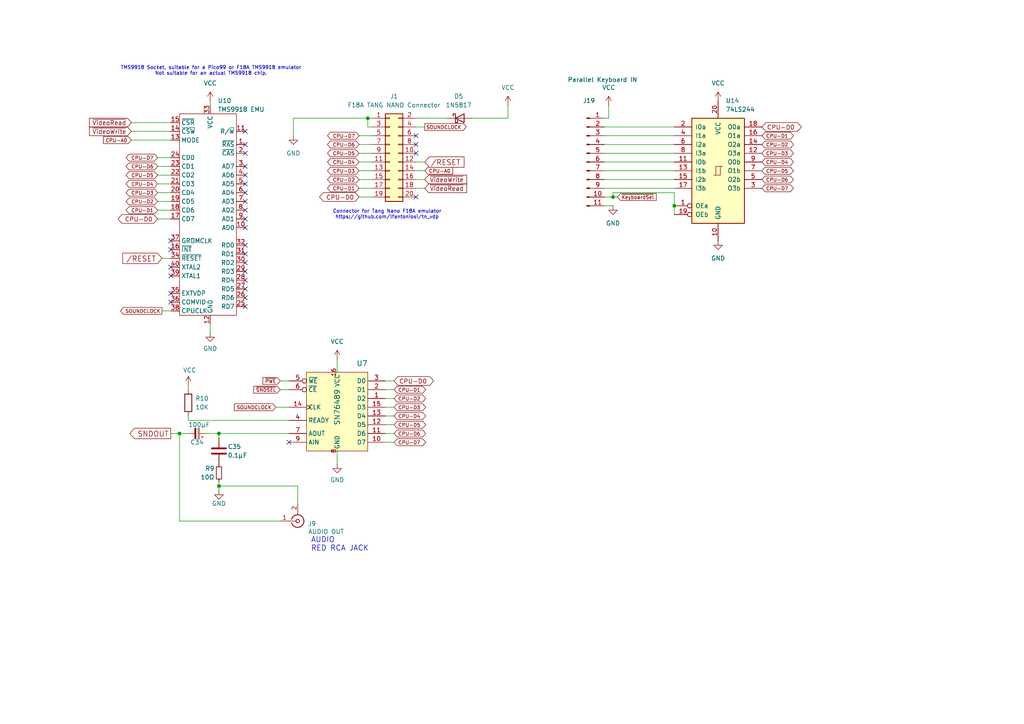
<source format=kicad_sch>
(kicad_sch
	(version 20231120)
	(generator "eeschema")
	(generator_version "8.0")
	(uuid "1dd55199-c03a-4090-8503-13dc6ecc5389")
	(paper "A4")
	(title_block
		(title "CortexPC")
		(date "2025-05-25")
		(rev "V0.5")
	)
	(lib_symbols
		(symbol "74xx:74LS244"
			(pin_names
				(offset 1.016)
			)
			(exclude_from_sim no)
			(in_bom yes)
			(on_board yes)
			(property "Reference" "U"
				(at -7.62 16.51 0)
				(effects
					(font
						(size 1.27 1.27)
					)
				)
			)
			(property "Value" "74LS244"
				(at -7.62 -16.51 0)
				(effects
					(font
						(size 1.27 1.27)
					)
				)
			)
			(property "Footprint" ""
				(at 0 0 0)
				(effects
					(font
						(size 1.27 1.27)
					)
					(hide yes)
				)
			)
			(property "Datasheet" "http://www.ti.com/lit/ds/symlink/sn74ls244.pdf"
				(at 0 0 0)
				(effects
					(font
						(size 1.27 1.27)
					)
					(hide yes)
				)
			)
			(property "Description" "Octal Buffer and Line Driver With 3-State Output, active-low enables, non-inverting outputs"
				(at 0 0 0)
				(effects
					(font
						(size 1.27 1.27)
					)
					(hide yes)
				)
			)
			(property "ki_keywords" "7400 logic ttl low power schottky"
				(at 0 0 0)
				(effects
					(font
						(size 1.27 1.27)
					)
					(hide yes)
				)
			)
			(property "ki_fp_filters" "DIP?20*"
				(at 0 0 0)
				(effects
					(font
						(size 1.27 1.27)
					)
					(hide yes)
				)
			)
			(symbol "74LS244_1_0"
				(polyline
					(pts
						(xy -0.635 -1.27) (xy -0.635 1.27) (xy 0.635 1.27)
					)
					(stroke
						(width 0)
						(type default)
					)
					(fill
						(type none)
					)
				)
				(polyline
					(pts
						(xy -1.27 -1.27) (xy 0.635 -1.27) (xy 0.635 1.27) (xy 1.27 1.27)
					)
					(stroke
						(width 0)
						(type default)
					)
					(fill
						(type none)
					)
				)
				(pin input inverted
					(at -12.7 -10.16 0)
					(length 5.08)
					(name "OEa"
						(effects
							(font
								(size 1.27 1.27)
							)
						)
					)
					(number "1"
						(effects
							(font
								(size 1.27 1.27)
							)
						)
					)
				)
				(pin power_in line
					(at 0 -20.32 90)
					(length 5.08)
					(name "GND"
						(effects
							(font
								(size 1.27 1.27)
							)
						)
					)
					(number "10"
						(effects
							(font
								(size 1.27 1.27)
							)
						)
					)
				)
				(pin input line
					(at -12.7 2.54 0)
					(length 5.08)
					(name "I0b"
						(effects
							(font
								(size 1.27 1.27)
							)
						)
					)
					(number "11"
						(effects
							(font
								(size 1.27 1.27)
							)
						)
					)
				)
				(pin tri_state line
					(at 12.7 5.08 180)
					(length 5.08)
					(name "O3a"
						(effects
							(font
								(size 1.27 1.27)
							)
						)
					)
					(number "12"
						(effects
							(font
								(size 1.27 1.27)
							)
						)
					)
				)
				(pin input line
					(at -12.7 0 0)
					(length 5.08)
					(name "I1b"
						(effects
							(font
								(size 1.27 1.27)
							)
						)
					)
					(number "13"
						(effects
							(font
								(size 1.27 1.27)
							)
						)
					)
				)
				(pin tri_state line
					(at 12.7 7.62 180)
					(length 5.08)
					(name "O2a"
						(effects
							(font
								(size 1.27 1.27)
							)
						)
					)
					(number "14"
						(effects
							(font
								(size 1.27 1.27)
							)
						)
					)
				)
				(pin input line
					(at -12.7 -2.54 0)
					(length 5.08)
					(name "I2b"
						(effects
							(font
								(size 1.27 1.27)
							)
						)
					)
					(number "15"
						(effects
							(font
								(size 1.27 1.27)
							)
						)
					)
				)
				(pin tri_state line
					(at 12.7 10.16 180)
					(length 5.08)
					(name "O1a"
						(effects
							(font
								(size 1.27 1.27)
							)
						)
					)
					(number "16"
						(effects
							(font
								(size 1.27 1.27)
							)
						)
					)
				)
				(pin input line
					(at -12.7 -5.08 0)
					(length 5.08)
					(name "I3b"
						(effects
							(font
								(size 1.27 1.27)
							)
						)
					)
					(number "17"
						(effects
							(font
								(size 1.27 1.27)
							)
						)
					)
				)
				(pin tri_state line
					(at 12.7 12.7 180)
					(length 5.08)
					(name "O0a"
						(effects
							(font
								(size 1.27 1.27)
							)
						)
					)
					(number "18"
						(effects
							(font
								(size 1.27 1.27)
							)
						)
					)
				)
				(pin input inverted
					(at -12.7 -12.7 0)
					(length 5.08)
					(name "OEb"
						(effects
							(font
								(size 1.27 1.27)
							)
						)
					)
					(number "19"
						(effects
							(font
								(size 1.27 1.27)
							)
						)
					)
				)
				(pin input line
					(at -12.7 12.7 0)
					(length 5.08)
					(name "I0a"
						(effects
							(font
								(size 1.27 1.27)
							)
						)
					)
					(number "2"
						(effects
							(font
								(size 1.27 1.27)
							)
						)
					)
				)
				(pin power_in line
					(at 0 20.32 270)
					(length 5.08)
					(name "VCC"
						(effects
							(font
								(size 1.27 1.27)
							)
						)
					)
					(number "20"
						(effects
							(font
								(size 1.27 1.27)
							)
						)
					)
				)
				(pin tri_state line
					(at 12.7 -5.08 180)
					(length 5.08)
					(name "O3b"
						(effects
							(font
								(size 1.27 1.27)
							)
						)
					)
					(number "3"
						(effects
							(font
								(size 1.27 1.27)
							)
						)
					)
				)
				(pin input line
					(at -12.7 10.16 0)
					(length 5.08)
					(name "I1a"
						(effects
							(font
								(size 1.27 1.27)
							)
						)
					)
					(number "4"
						(effects
							(font
								(size 1.27 1.27)
							)
						)
					)
				)
				(pin tri_state line
					(at 12.7 -2.54 180)
					(length 5.08)
					(name "O2b"
						(effects
							(font
								(size 1.27 1.27)
							)
						)
					)
					(number "5"
						(effects
							(font
								(size 1.27 1.27)
							)
						)
					)
				)
				(pin input line
					(at -12.7 7.62 0)
					(length 5.08)
					(name "I2a"
						(effects
							(font
								(size 1.27 1.27)
							)
						)
					)
					(number "6"
						(effects
							(font
								(size 1.27 1.27)
							)
						)
					)
				)
				(pin tri_state line
					(at 12.7 0 180)
					(length 5.08)
					(name "O1b"
						(effects
							(font
								(size 1.27 1.27)
							)
						)
					)
					(number "7"
						(effects
							(font
								(size 1.27 1.27)
							)
						)
					)
				)
				(pin input line
					(at -12.7 5.08 0)
					(length 5.08)
					(name "I3a"
						(effects
							(font
								(size 1.27 1.27)
							)
						)
					)
					(number "8"
						(effects
							(font
								(size 1.27 1.27)
							)
						)
					)
				)
				(pin tri_state line
					(at 12.7 2.54 180)
					(length 5.08)
					(name "O0b"
						(effects
							(font
								(size 1.27 1.27)
							)
						)
					)
					(number "9"
						(effects
							(font
								(size 1.27 1.27)
							)
						)
					)
				)
			)
			(symbol "74LS244_1_1"
				(rectangle
					(start -7.62 15.24)
					(end 7.62 -15.24)
					(stroke
						(width 0.254)
						(type default)
					)
					(fill
						(type background)
					)
				)
			)
		)
		(symbol "Connector:Conn_01x11_Pin"
			(pin_names
				(offset 1.016) hide)
			(exclude_from_sim no)
			(in_bom yes)
			(on_board yes)
			(property "Reference" "J"
				(at 0 15.24 0)
				(effects
					(font
						(size 1.27 1.27)
					)
				)
			)
			(property "Value" "Conn_01x11_Pin"
				(at 0 -15.24 0)
				(effects
					(font
						(size 1.27 1.27)
					)
				)
			)
			(property "Footprint" ""
				(at 0 0 0)
				(effects
					(font
						(size 1.27 1.27)
					)
					(hide yes)
				)
			)
			(property "Datasheet" "~"
				(at 0 0 0)
				(effects
					(font
						(size 1.27 1.27)
					)
					(hide yes)
				)
			)
			(property "Description" "Generic connector, single row, 01x11, script generated"
				(at 0 0 0)
				(effects
					(font
						(size 1.27 1.27)
					)
					(hide yes)
				)
			)
			(property "ki_locked" ""
				(at 0 0 0)
				(effects
					(font
						(size 1.27 1.27)
					)
				)
			)
			(property "ki_keywords" "connector"
				(at 0 0 0)
				(effects
					(font
						(size 1.27 1.27)
					)
					(hide yes)
				)
			)
			(property "ki_fp_filters" "Connector*:*_1x??_*"
				(at 0 0 0)
				(effects
					(font
						(size 1.27 1.27)
					)
					(hide yes)
				)
			)
			(symbol "Conn_01x11_Pin_1_1"
				(polyline
					(pts
						(xy 1.27 -12.7) (xy 0.8636 -12.7)
					)
					(stroke
						(width 0.1524)
						(type default)
					)
					(fill
						(type none)
					)
				)
				(polyline
					(pts
						(xy 1.27 -10.16) (xy 0.8636 -10.16)
					)
					(stroke
						(width 0.1524)
						(type default)
					)
					(fill
						(type none)
					)
				)
				(polyline
					(pts
						(xy 1.27 -7.62) (xy 0.8636 -7.62)
					)
					(stroke
						(width 0.1524)
						(type default)
					)
					(fill
						(type none)
					)
				)
				(polyline
					(pts
						(xy 1.27 -5.08) (xy 0.8636 -5.08)
					)
					(stroke
						(width 0.1524)
						(type default)
					)
					(fill
						(type none)
					)
				)
				(polyline
					(pts
						(xy 1.27 -2.54) (xy 0.8636 -2.54)
					)
					(stroke
						(width 0.1524)
						(type default)
					)
					(fill
						(type none)
					)
				)
				(polyline
					(pts
						(xy 1.27 0) (xy 0.8636 0)
					)
					(stroke
						(width 0.1524)
						(type default)
					)
					(fill
						(type none)
					)
				)
				(polyline
					(pts
						(xy 1.27 2.54) (xy 0.8636 2.54)
					)
					(stroke
						(width 0.1524)
						(type default)
					)
					(fill
						(type none)
					)
				)
				(polyline
					(pts
						(xy 1.27 5.08) (xy 0.8636 5.08)
					)
					(stroke
						(width 0.1524)
						(type default)
					)
					(fill
						(type none)
					)
				)
				(polyline
					(pts
						(xy 1.27 7.62) (xy 0.8636 7.62)
					)
					(stroke
						(width 0.1524)
						(type default)
					)
					(fill
						(type none)
					)
				)
				(polyline
					(pts
						(xy 1.27 10.16) (xy 0.8636 10.16)
					)
					(stroke
						(width 0.1524)
						(type default)
					)
					(fill
						(type none)
					)
				)
				(polyline
					(pts
						(xy 1.27 12.7) (xy 0.8636 12.7)
					)
					(stroke
						(width 0.1524)
						(type default)
					)
					(fill
						(type none)
					)
				)
				(rectangle
					(start 0.8636 -12.573)
					(end 0 -12.827)
					(stroke
						(width 0.1524)
						(type default)
					)
					(fill
						(type outline)
					)
				)
				(rectangle
					(start 0.8636 -10.033)
					(end 0 -10.287)
					(stroke
						(width 0.1524)
						(type default)
					)
					(fill
						(type outline)
					)
				)
				(rectangle
					(start 0.8636 -7.493)
					(end 0 -7.747)
					(stroke
						(width 0.1524)
						(type default)
					)
					(fill
						(type outline)
					)
				)
				(rectangle
					(start 0.8636 -4.953)
					(end 0 -5.207)
					(stroke
						(width 0.1524)
						(type default)
					)
					(fill
						(type outline)
					)
				)
				(rectangle
					(start 0.8636 -2.413)
					(end 0 -2.667)
					(stroke
						(width 0.1524)
						(type default)
					)
					(fill
						(type outline)
					)
				)
				(rectangle
					(start 0.8636 0.127)
					(end 0 -0.127)
					(stroke
						(width 0.1524)
						(type default)
					)
					(fill
						(type outline)
					)
				)
				(rectangle
					(start 0.8636 2.667)
					(end 0 2.413)
					(stroke
						(width 0.1524)
						(type default)
					)
					(fill
						(type outline)
					)
				)
				(rectangle
					(start 0.8636 5.207)
					(end 0 4.953)
					(stroke
						(width 0.1524)
						(type default)
					)
					(fill
						(type outline)
					)
				)
				(rectangle
					(start 0.8636 7.747)
					(end 0 7.493)
					(stroke
						(width 0.1524)
						(type default)
					)
					(fill
						(type outline)
					)
				)
				(rectangle
					(start 0.8636 10.287)
					(end 0 10.033)
					(stroke
						(width 0.1524)
						(type default)
					)
					(fill
						(type outline)
					)
				)
				(rectangle
					(start 0.8636 12.827)
					(end 0 12.573)
					(stroke
						(width 0.1524)
						(type default)
					)
					(fill
						(type outline)
					)
				)
				(pin passive line
					(at 5.08 12.7 180)
					(length 3.81)
					(name "Pin_1"
						(effects
							(font
								(size 1.27 1.27)
							)
						)
					)
					(number "1"
						(effects
							(font
								(size 1.27 1.27)
							)
						)
					)
				)
				(pin passive line
					(at 5.08 -10.16 180)
					(length 3.81)
					(name "Pin_10"
						(effects
							(font
								(size 1.27 1.27)
							)
						)
					)
					(number "10"
						(effects
							(font
								(size 1.27 1.27)
							)
						)
					)
				)
				(pin passive line
					(at 5.08 -12.7 180)
					(length 3.81)
					(name "Pin_11"
						(effects
							(font
								(size 1.27 1.27)
							)
						)
					)
					(number "11"
						(effects
							(font
								(size 1.27 1.27)
							)
						)
					)
				)
				(pin passive line
					(at 5.08 10.16 180)
					(length 3.81)
					(name "Pin_2"
						(effects
							(font
								(size 1.27 1.27)
							)
						)
					)
					(number "2"
						(effects
							(font
								(size 1.27 1.27)
							)
						)
					)
				)
				(pin passive line
					(at 5.08 7.62 180)
					(length 3.81)
					(name "Pin_3"
						(effects
							(font
								(size 1.27 1.27)
							)
						)
					)
					(number "3"
						(effects
							(font
								(size 1.27 1.27)
							)
						)
					)
				)
				(pin passive line
					(at 5.08 5.08 180)
					(length 3.81)
					(name "Pin_4"
						(effects
							(font
								(size 1.27 1.27)
							)
						)
					)
					(number "4"
						(effects
							(font
								(size 1.27 1.27)
							)
						)
					)
				)
				(pin passive line
					(at 5.08 2.54 180)
					(length 3.81)
					(name "Pin_5"
						(effects
							(font
								(size 1.27 1.27)
							)
						)
					)
					(number "5"
						(effects
							(font
								(size 1.27 1.27)
							)
						)
					)
				)
				(pin passive line
					(at 5.08 0 180)
					(length 3.81)
					(name "Pin_6"
						(effects
							(font
								(size 1.27 1.27)
							)
						)
					)
					(number "6"
						(effects
							(font
								(size 1.27 1.27)
							)
						)
					)
				)
				(pin passive line
					(at 5.08 -2.54 180)
					(length 3.81)
					(name "Pin_7"
						(effects
							(font
								(size 1.27 1.27)
							)
						)
					)
					(number "7"
						(effects
							(font
								(size 1.27 1.27)
							)
						)
					)
				)
				(pin passive line
					(at 5.08 -5.08 180)
					(length 3.81)
					(name "Pin_8"
						(effects
							(font
								(size 1.27 1.27)
							)
						)
					)
					(number "8"
						(effects
							(font
								(size 1.27 1.27)
							)
						)
					)
				)
				(pin passive line
					(at 5.08 -7.62 180)
					(length 3.81)
					(name "Pin_9"
						(effects
							(font
								(size 1.27 1.27)
							)
						)
					)
					(number "9"
						(effects
							(font
								(size 1.27 1.27)
							)
						)
					)
				)
			)
		)
		(symbol "Connector:Conn_Coaxial"
			(pin_names
				(offset 1.016) hide)
			(exclude_from_sim no)
			(in_bom yes)
			(on_board yes)
			(property "Reference" "J"
				(at 0.254 3.048 0)
				(effects
					(font
						(size 1.27 1.27)
					)
				)
			)
			(property "Value" "Conn_Coaxial"
				(at 2.921 0 90)
				(effects
					(font
						(size 1.27 1.27)
					)
				)
			)
			(property "Footprint" ""
				(at 0 0 0)
				(effects
					(font
						(size 1.27 1.27)
					)
					(hide yes)
				)
			)
			(property "Datasheet" "~"
				(at 0 0 0)
				(effects
					(font
						(size 1.27 1.27)
					)
					(hide yes)
				)
			)
			(property "Description" "coaxial connector (BNC, SMA, SMB, SMC, Cinch/RCA, LEMO, ...)"
				(at 0 0 0)
				(effects
					(font
						(size 1.27 1.27)
					)
					(hide yes)
				)
			)
			(property "ki_keywords" "BNC SMA SMB SMC LEMO coaxial connector CINCH RCA MCX MMCX U.FL UMRF"
				(at 0 0 0)
				(effects
					(font
						(size 1.27 1.27)
					)
					(hide yes)
				)
			)
			(property "ki_fp_filters" "*BNC* *SMA* *SMB* *SMC* *Cinch* *LEMO* *UMRF* *MCX* *U.FL*"
				(at 0 0 0)
				(effects
					(font
						(size 1.27 1.27)
					)
					(hide yes)
				)
			)
			(symbol "Conn_Coaxial_0_1"
				(arc
					(start -1.778 -0.508)
					(mid 0.2311 -1.8066)
					(end 1.778 0)
					(stroke
						(width 0.254)
						(type default)
					)
					(fill
						(type none)
					)
				)
				(polyline
					(pts
						(xy -2.54 0) (xy -0.508 0)
					)
					(stroke
						(width 0)
						(type default)
					)
					(fill
						(type none)
					)
				)
				(polyline
					(pts
						(xy 0 -2.54) (xy 0 -1.778)
					)
					(stroke
						(width 0)
						(type default)
					)
					(fill
						(type none)
					)
				)
				(circle
					(center 0 0)
					(radius 0.508)
					(stroke
						(width 0.2032)
						(type default)
					)
					(fill
						(type none)
					)
				)
				(arc
					(start 1.778 0)
					(mid 0.2099 1.8101)
					(end -1.778 0.508)
					(stroke
						(width 0.254)
						(type default)
					)
					(fill
						(type none)
					)
				)
			)
			(symbol "Conn_Coaxial_1_1"
				(pin passive line
					(at -5.08 0 0)
					(length 2.54)
					(name "In"
						(effects
							(font
								(size 1.27 1.27)
							)
						)
					)
					(number "1"
						(effects
							(font
								(size 1.27 1.27)
							)
						)
					)
				)
				(pin passive line
					(at 0 -5.08 90)
					(length 2.54)
					(name "Ext"
						(effects
							(font
								(size 1.27 1.27)
							)
						)
					)
					(number "2"
						(effects
							(font
								(size 1.27 1.27)
							)
						)
					)
				)
			)
		)
		(symbol "Connector_Generic:Conn_02x10_Odd_Even"
			(pin_names
				(offset 1.016) hide)
			(exclude_from_sim no)
			(in_bom yes)
			(on_board yes)
			(property "Reference" "J"
				(at 1.27 12.7 0)
				(effects
					(font
						(size 1.27 1.27)
					)
				)
			)
			(property "Value" "Conn_02x10_Odd_Even"
				(at 1.27 -15.24 0)
				(effects
					(font
						(size 1.27 1.27)
					)
				)
			)
			(property "Footprint" ""
				(at 0 0 0)
				(effects
					(font
						(size 1.27 1.27)
					)
					(hide yes)
				)
			)
			(property "Datasheet" "~"
				(at 0 0 0)
				(effects
					(font
						(size 1.27 1.27)
					)
					(hide yes)
				)
			)
			(property "Description" "Generic connector, double row, 02x10, odd/even pin numbering scheme (row 1 odd numbers, row 2 even numbers), script generated (kicad-library-utils/schlib/autogen/connector/)"
				(at 0 0 0)
				(effects
					(font
						(size 1.27 1.27)
					)
					(hide yes)
				)
			)
			(property "ki_keywords" "connector"
				(at 0 0 0)
				(effects
					(font
						(size 1.27 1.27)
					)
					(hide yes)
				)
			)
			(property "ki_fp_filters" "Connector*:*_2x??_*"
				(at 0 0 0)
				(effects
					(font
						(size 1.27 1.27)
					)
					(hide yes)
				)
			)
			(symbol "Conn_02x10_Odd_Even_1_1"
				(rectangle
					(start -1.27 -12.573)
					(end 0 -12.827)
					(stroke
						(width 0.1524)
						(type default)
					)
					(fill
						(type none)
					)
				)
				(rectangle
					(start -1.27 -10.033)
					(end 0 -10.287)
					(stroke
						(width 0.1524)
						(type default)
					)
					(fill
						(type none)
					)
				)
				(rectangle
					(start -1.27 -7.493)
					(end 0 -7.747)
					(stroke
						(width 0.1524)
						(type default)
					)
					(fill
						(type none)
					)
				)
				(rectangle
					(start -1.27 -4.953)
					(end 0 -5.207)
					(stroke
						(width 0.1524)
						(type default)
					)
					(fill
						(type none)
					)
				)
				(rectangle
					(start -1.27 -2.413)
					(end 0 -2.667)
					(stroke
						(width 0.1524)
						(type default)
					)
					(fill
						(type none)
					)
				)
				(rectangle
					(start -1.27 0.127)
					(end 0 -0.127)
					(stroke
						(width 0.1524)
						(type default)
					)
					(fill
						(type none)
					)
				)
				(rectangle
					(start -1.27 2.667)
					(end 0 2.413)
					(stroke
						(width 0.1524)
						(type default)
					)
					(fill
						(type none)
					)
				)
				(rectangle
					(start -1.27 5.207)
					(end 0 4.953)
					(stroke
						(width 0.1524)
						(type default)
					)
					(fill
						(type none)
					)
				)
				(rectangle
					(start -1.27 7.747)
					(end 0 7.493)
					(stroke
						(width 0.1524)
						(type default)
					)
					(fill
						(type none)
					)
				)
				(rectangle
					(start -1.27 10.287)
					(end 0 10.033)
					(stroke
						(width 0.1524)
						(type default)
					)
					(fill
						(type none)
					)
				)
				(rectangle
					(start -1.27 11.43)
					(end 3.81 -13.97)
					(stroke
						(width 0.254)
						(type default)
					)
					(fill
						(type background)
					)
				)
				(rectangle
					(start 3.81 -12.573)
					(end 2.54 -12.827)
					(stroke
						(width 0.1524)
						(type default)
					)
					(fill
						(type none)
					)
				)
				(rectangle
					(start 3.81 -10.033)
					(end 2.54 -10.287)
					(stroke
						(width 0.1524)
						(type default)
					)
					(fill
						(type none)
					)
				)
				(rectangle
					(start 3.81 -7.493)
					(end 2.54 -7.747)
					(stroke
						(width 0.1524)
						(type default)
					)
					(fill
						(type none)
					)
				)
				(rectangle
					(start 3.81 -4.953)
					(end 2.54 -5.207)
					(stroke
						(width 0.1524)
						(type default)
					)
					(fill
						(type none)
					)
				)
				(rectangle
					(start 3.81 -2.413)
					(end 2.54 -2.667)
					(stroke
						(width 0.1524)
						(type default)
					)
					(fill
						(type none)
					)
				)
				(rectangle
					(start 3.81 0.127)
					(end 2.54 -0.127)
					(stroke
						(width 0.1524)
						(type default)
					)
					(fill
						(type none)
					)
				)
				(rectangle
					(start 3.81 2.667)
					(end 2.54 2.413)
					(stroke
						(width 0.1524)
						(type default)
					)
					(fill
						(type none)
					)
				)
				(rectangle
					(start 3.81 5.207)
					(end 2.54 4.953)
					(stroke
						(width 0.1524)
						(type default)
					)
					(fill
						(type none)
					)
				)
				(rectangle
					(start 3.81 7.747)
					(end 2.54 7.493)
					(stroke
						(width 0.1524)
						(type default)
					)
					(fill
						(type none)
					)
				)
				(rectangle
					(start 3.81 10.287)
					(end 2.54 10.033)
					(stroke
						(width 0.1524)
						(type default)
					)
					(fill
						(type none)
					)
				)
				(pin passive line
					(at -5.08 10.16 0)
					(length 3.81)
					(name "Pin_1"
						(effects
							(font
								(size 1.27 1.27)
							)
						)
					)
					(number "1"
						(effects
							(font
								(size 1.27 1.27)
							)
						)
					)
				)
				(pin passive line
					(at 7.62 0 180)
					(length 3.81)
					(name "Pin_10"
						(effects
							(font
								(size 1.27 1.27)
							)
						)
					)
					(number "10"
						(effects
							(font
								(size 1.27 1.27)
							)
						)
					)
				)
				(pin passive line
					(at -5.08 -2.54 0)
					(length 3.81)
					(name "Pin_11"
						(effects
							(font
								(size 1.27 1.27)
							)
						)
					)
					(number "11"
						(effects
							(font
								(size 1.27 1.27)
							)
						)
					)
				)
				(pin passive line
					(at 7.62 -2.54 180)
					(length 3.81)
					(name "Pin_12"
						(effects
							(font
								(size 1.27 1.27)
							)
						)
					)
					(number "12"
						(effects
							(font
								(size 1.27 1.27)
							)
						)
					)
				)
				(pin passive line
					(at -5.08 -5.08 0)
					(length 3.81)
					(name "Pin_13"
						(effects
							(font
								(size 1.27 1.27)
							)
						)
					)
					(number "13"
						(effects
							(font
								(size 1.27 1.27)
							)
						)
					)
				)
				(pin passive line
					(at 7.62 -5.08 180)
					(length 3.81)
					(name "Pin_14"
						(effects
							(font
								(size 1.27 1.27)
							)
						)
					)
					(number "14"
						(effects
							(font
								(size 1.27 1.27)
							)
						)
					)
				)
				(pin passive line
					(at -5.08 -7.62 0)
					(length 3.81)
					(name "Pin_15"
						(effects
							(font
								(size 1.27 1.27)
							)
						)
					)
					(number "15"
						(effects
							(font
								(size 1.27 1.27)
							)
						)
					)
				)
				(pin passive line
					(at 7.62 -7.62 180)
					(length 3.81)
					(name "Pin_16"
						(effects
							(font
								(size 1.27 1.27)
							)
						)
					)
					(number "16"
						(effects
							(font
								(size 1.27 1.27)
							)
						)
					)
				)
				(pin passive line
					(at -5.08 -10.16 0)
					(length 3.81)
					(name "Pin_17"
						(effects
							(font
								(size 1.27 1.27)
							)
						)
					)
					(number "17"
						(effects
							(font
								(size 1.27 1.27)
							)
						)
					)
				)
				(pin passive line
					(at 7.62 -10.16 180)
					(length 3.81)
					(name "Pin_18"
						(effects
							(font
								(size 1.27 1.27)
							)
						)
					)
					(number "18"
						(effects
							(font
								(size 1.27 1.27)
							)
						)
					)
				)
				(pin passive line
					(at -5.08 -12.7 0)
					(length 3.81)
					(name "Pin_19"
						(effects
							(font
								(size 1.27 1.27)
							)
						)
					)
					(number "19"
						(effects
							(font
								(size 1.27 1.27)
							)
						)
					)
				)
				(pin passive line
					(at 7.62 10.16 180)
					(length 3.81)
					(name "Pin_2"
						(effects
							(font
								(size 1.27 1.27)
							)
						)
					)
					(number "2"
						(effects
							(font
								(size 1.27 1.27)
							)
						)
					)
				)
				(pin passive line
					(at 7.62 -12.7 180)
					(length 3.81)
					(name "Pin_20"
						(effects
							(font
								(size 1.27 1.27)
							)
						)
					)
					(number "20"
						(effects
							(font
								(size 1.27 1.27)
							)
						)
					)
				)
				(pin passive line
					(at -5.08 7.62 0)
					(length 3.81)
					(name "Pin_3"
						(effects
							(font
								(size 1.27 1.27)
							)
						)
					)
					(number "3"
						(effects
							(font
								(size 1.27 1.27)
							)
						)
					)
				)
				(pin passive line
					(at 7.62 7.62 180)
					(length 3.81)
					(name "Pin_4"
						(effects
							(font
								(size 1.27 1.27)
							)
						)
					)
					(number "4"
						(effects
							(font
								(size 1.27 1.27)
							)
						)
					)
				)
				(pin passive line
					(at -5.08 5.08 0)
					(length 3.81)
					(name "Pin_5"
						(effects
							(font
								(size 1.27 1.27)
							)
						)
					)
					(number "5"
						(effects
							(font
								(size 1.27 1.27)
							)
						)
					)
				)
				(pin passive line
					(at 7.62 5.08 180)
					(length 3.81)
					(name "Pin_6"
						(effects
							(font
								(size 1.27 1.27)
							)
						)
					)
					(number "6"
						(effects
							(font
								(size 1.27 1.27)
							)
						)
					)
				)
				(pin passive line
					(at -5.08 2.54 0)
					(length 3.81)
					(name "Pin_7"
						(effects
							(font
								(size 1.27 1.27)
							)
						)
					)
					(number "7"
						(effects
							(font
								(size 1.27 1.27)
							)
						)
					)
				)
				(pin passive line
					(at 7.62 2.54 180)
					(length 3.81)
					(name "Pin_8"
						(effects
							(font
								(size 1.27 1.27)
							)
						)
					)
					(number "8"
						(effects
							(font
								(size 1.27 1.27)
							)
						)
					)
				)
				(pin passive line
					(at -5.08 0 0)
					(length 3.81)
					(name "Pin_9"
						(effects
							(font
								(size 1.27 1.27)
							)
						)
					)
					(number "9"
						(effects
							(font
								(size 1.27 1.27)
							)
						)
					)
				)
			)
		)
		(symbol "Custom:SN76489"
			(exclude_from_sim no)
			(in_bom yes)
			(on_board yes)
			(property "Reference" "U"
				(at 0 0 0)
				(effects
					(font
						(size 1.27 1.27)
					)
				)
			)
			(property "Value" ""
				(at 0 0 0)
				(effects
					(font
						(size 1.27 1.27)
					)
				)
			)
			(property "Footprint" ""
				(at 0 0 0)
				(effects
					(font
						(size 1.27 1.27)
					)
					(hide yes)
				)
			)
			(property "Datasheet" ""
				(at 0 0 0)
				(effects
					(font
						(size 1.27 1.27)
					)
					(hide yes)
				)
			)
			(property "Description" ""
				(at 0 0 0)
				(effects
					(font
						(size 1.27 1.27)
					)
					(hide yes)
				)
			)
			(symbol "SN76489_0_1"
				(rectangle
					(start -8.89 10.16)
					(end 8.89 -12.7)
					(stroke
						(width 0)
						(type default)
					)
					(fill
						(type background)
					)
				)
			)
			(symbol "SN76489_1_1"
				(pin bidirectional line
					(at 13.97 2.54 180)
					(length 5.08)
					(name "D2"
						(effects
							(font
								(size 1.27 1.27)
							)
						)
					)
					(number "1"
						(effects
							(font
								(size 1.27 1.27)
							)
						)
					)
				)
				(pin bidirectional line
					(at 13.97 -10.16 180)
					(length 5.08)
					(name "D7"
						(effects
							(font
								(size 1.27 1.27)
							)
						)
					)
					(number "10"
						(effects
							(font
								(size 1.27 1.27)
							)
						)
					)
				)
				(pin bidirectional line
					(at 13.97 -7.62 180)
					(length 5.08)
					(name "D6"
						(effects
							(font
								(size 1.27 1.27)
							)
						)
					)
					(number "11"
						(effects
							(font
								(size 1.27 1.27)
							)
						)
					)
				)
				(pin bidirectional line
					(at 13.97 -5.08 180)
					(length 5.08)
					(name "D5"
						(effects
							(font
								(size 1.27 1.27)
							)
						)
					)
					(number "12"
						(effects
							(font
								(size 1.27 1.27)
							)
						)
					)
				)
				(pin bidirectional line
					(at 13.97 -2.54 180)
					(length 5.08)
					(name "D4"
						(effects
							(font
								(size 1.27 1.27)
							)
						)
					)
					(number "13"
						(effects
							(font
								(size 1.27 1.27)
							)
						)
					)
				)
				(pin input clock
					(at -13.97 0 0)
					(length 5.08)
					(name "CLK"
						(effects
							(font
								(size 1.27 1.27)
							)
						)
					)
					(number "14"
						(effects
							(font
								(size 1.27 1.27)
							)
						)
					)
				)
				(pin bidirectional line
					(at 13.97 0 180)
					(length 5.08)
					(name "D3"
						(effects
							(font
								(size 1.27 1.27)
							)
						)
					)
					(number "15"
						(effects
							(font
								(size 1.27 1.27)
							)
						)
					)
				)
				(pin power_in line
					(at 0 10.16 270)
					(length 0)
					(name "VCC"
						(effects
							(font
								(size 1.27 1.27)
							)
						)
					)
					(number "16"
						(effects
							(font
								(size 1.27 1.27)
							)
						)
					)
				)
				(pin bidirectional line
					(at 13.97 5.08 180)
					(length 5.08)
					(name "D1"
						(effects
							(font
								(size 1.27 1.27)
							)
						)
					)
					(number "2"
						(effects
							(font
								(size 1.27 1.27)
							)
						)
					)
				)
				(pin bidirectional line
					(at 13.97 7.62 180)
					(length 5.08)
					(name "D0"
						(effects
							(font
								(size 1.27 1.27)
							)
						)
					)
					(number "3"
						(effects
							(font
								(size 1.27 1.27)
							)
						)
					)
				)
				(pin open_collector line
					(at -13.97 -3.81 0)
					(length 5.08)
					(name "READY"
						(effects
							(font
								(size 1.27 1.27)
							)
						)
					)
					(number "4"
						(effects
							(font
								(size 1.27 1.27)
							)
						)
					)
				)
				(pin input inverted
					(at -13.97 7.62 0)
					(length 5.08)
					(name "~{WE}"
						(effects
							(font
								(size 1.27 1.27)
							)
						)
					)
					(number "5"
						(effects
							(font
								(size 1.27 1.27)
							)
						)
					)
				)
				(pin input inverted
					(at -13.97 5.08 0)
					(length 5.08)
					(name "~{CE}"
						(effects
							(font
								(size 1.27 1.27)
							)
						)
					)
					(number "6"
						(effects
							(font
								(size 1.27 1.27)
							)
						)
					)
				)
				(pin output line
					(at -13.97 -7.62 0)
					(length 5.08)
					(name "AOUT"
						(effects
							(font
								(size 1.27 1.27)
							)
						)
					)
					(number "7"
						(effects
							(font
								(size 1.27 1.27)
							)
						)
					)
				)
				(pin power_in line
					(at 0 -12.7 90)
					(length 0)
					(name "GND"
						(effects
							(font
								(size 1.27 1.27)
							)
						)
					)
					(number "8"
						(effects
							(font
								(size 1.27 1.27)
							)
						)
					)
				)
				(pin input line
					(at -13.97 -10.16 0)
					(length 5.08)
					(name "AIN"
						(effects
							(font
								(size 1.27 1.27)
							)
						)
					)
					(number "9"
						(effects
							(font
								(size 1.27 1.27)
							)
						)
					)
				)
			)
		)
		(symbol "Custom:TMS9918"
			(exclude_from_sim no)
			(in_bom yes)
			(on_board yes)
			(property "Reference" "U"
				(at 0 0 0)
				(effects
					(font
						(size 1.27 1.27)
					)
				)
			)
			(property "Value" ""
				(at 0 0 0)
				(effects
					(font
						(size 1.27 1.27)
					)
				)
			)
			(property "Footprint" ""
				(at 0 0 0)
				(effects
					(font
						(size 1.27 1.27)
					)
					(hide yes)
				)
			)
			(property "Datasheet" ""
				(at 0 0 0)
				(effects
					(font
						(size 1.27 1.27)
					)
					(hide yes)
				)
			)
			(property "Description" ""
				(at 0 0 0)
				(effects
					(font
						(size 1.27 1.27)
					)
					(hide yes)
				)
			)
			(symbol "TMS9918_0_1"
				(rectangle
					(start -7.62 24.13)
					(end 8.89 -34.29)
					(stroke
						(width 0)
						(type default)
					)
					(fill
						(type none)
					)
				)
			)
			(symbol "TMS9918_1_1"
				(pin output line
					(at 11.43 15.24 180)
					(length 2.54)
					(name "~{RAS}"
						(effects
							(font
								(size 1.27 1.27)
							)
						)
					)
					(number "1"
						(effects
							(font
								(size 1.27 1.27)
							)
						)
					)
				)
				(pin bidirectional line
					(at 11.43 -8.89 180)
					(length 2.54)
					(name "AD0"
						(effects
							(font
								(size 1.27 1.27)
							)
						)
					)
					(number "10"
						(effects
							(font
								(size 1.27 1.27)
							)
						)
					)
				)
				(pin output line
					(at 11.43 19.05 180)
					(length 2.54)
					(name "R/~{W}"
						(effects
							(font
								(size 1.27 1.27)
							)
						)
					)
					(number "11"
						(effects
							(font
								(size 1.27 1.27)
							)
						)
					)
				)
				(pin power_in line
					(at 1.27 -36.83 90)
					(length 2.54)
					(name "GND"
						(effects
							(font
								(size 1.27 1.27)
							)
						)
					)
					(number "12"
						(effects
							(font
								(size 1.27 1.27)
							)
						)
					)
				)
				(pin input line
					(at -10.16 16.51 0)
					(length 2.54)
					(name "MODE"
						(effects
							(font
								(size 1.27 1.27)
							)
						)
					)
					(number "13"
						(effects
							(font
								(size 1.27 1.27)
							)
						)
					)
				)
				(pin input line
					(at -10.16 19.05 0)
					(length 2.54)
					(name "~{CSW}"
						(effects
							(font
								(size 1.27 1.27)
							)
						)
					)
					(number "14"
						(effects
							(font
								(size 1.27 1.27)
							)
						)
					)
				)
				(pin input line
					(at -10.16 21.59 0)
					(length 2.54)
					(name "~{CSR}"
						(effects
							(font
								(size 1.27 1.27)
							)
						)
					)
					(number "15"
						(effects
							(font
								(size 1.27 1.27)
							)
						)
					)
				)
				(pin output line
					(at -10.16 -15.24 0)
					(length 2.54)
					(name "~{INT}"
						(effects
							(font
								(size 1.27 1.27)
							)
						)
					)
					(number "16"
						(effects
							(font
								(size 1.27 1.27)
							)
						)
					)
				)
				(pin bidirectional line
					(at -10.16 -6.35 0)
					(length 2.54)
					(name "CD7"
						(effects
							(font
								(size 1.27 1.27)
							)
						)
					)
					(number "17"
						(effects
							(font
								(size 1.27 1.27)
							)
						)
					)
				)
				(pin bidirectional line
					(at -10.16 -3.81 0)
					(length 2.54)
					(name "CD6"
						(effects
							(font
								(size 1.27 1.27)
							)
						)
					)
					(number "18"
						(effects
							(font
								(size 1.27 1.27)
							)
						)
					)
				)
				(pin bidirectional line
					(at -10.16 -1.27 0)
					(length 2.54)
					(name "CD5"
						(effects
							(font
								(size 1.27 1.27)
							)
						)
					)
					(number "19"
						(effects
							(font
								(size 1.27 1.27)
							)
						)
					)
				)
				(pin output line
					(at 11.43 12.7 180)
					(length 2.54)
					(name "~{CAS}"
						(effects
							(font
								(size 1.27 1.27)
							)
						)
					)
					(number "2"
						(effects
							(font
								(size 1.27 1.27)
							)
						)
					)
				)
				(pin bidirectional line
					(at -10.16 1.27 0)
					(length 2.54)
					(name "CD4"
						(effects
							(font
								(size 1.27 1.27)
							)
						)
					)
					(number "20"
						(effects
							(font
								(size 1.27 1.27)
							)
						)
					)
				)
				(pin bidirectional line
					(at -10.16 3.81 0)
					(length 2.54)
					(name "CD3"
						(effects
							(font
								(size 1.27 1.27)
							)
						)
					)
					(number "21"
						(effects
							(font
								(size 1.27 1.27)
							)
						)
					)
				)
				(pin bidirectional line
					(at -10.16 6.35 0)
					(length 2.54)
					(name "CD2"
						(effects
							(font
								(size 1.27 1.27)
							)
						)
					)
					(number "22"
						(effects
							(font
								(size 1.27 1.27)
							)
						)
					)
				)
				(pin bidirectional line
					(at -10.16 8.89 0)
					(length 2.54)
					(name "CD1"
						(effects
							(font
								(size 1.27 1.27)
							)
						)
					)
					(number "23"
						(effects
							(font
								(size 1.27 1.27)
							)
						)
					)
				)
				(pin bidirectional line
					(at -10.16 11.43 0)
					(length 2.54)
					(name "CD0"
						(effects
							(font
								(size 1.27 1.27)
							)
						)
					)
					(number "24"
						(effects
							(font
								(size 1.27 1.27)
							)
						)
					)
				)
				(pin bidirectional line
					(at 11.43 -31.75 180)
					(length 2.54)
					(name "RD7"
						(effects
							(font
								(size 1.27 1.27)
							)
						)
					)
					(number "25"
						(effects
							(font
								(size 1.27 1.27)
							)
						)
					)
				)
				(pin bidirectional line
					(at 11.43 -29.21 180)
					(length 2.54)
					(name "RD6"
						(effects
							(font
								(size 1.27 1.27)
							)
						)
					)
					(number "26"
						(effects
							(font
								(size 1.27 1.27)
							)
						)
					)
				)
				(pin bidirectional line
					(at 11.43 -26.67 180)
					(length 2.54)
					(name "RD5"
						(effects
							(font
								(size 1.27 1.27)
							)
						)
					)
					(number "27"
						(effects
							(font
								(size 1.27 1.27)
							)
						)
					)
				)
				(pin bidirectional line
					(at 11.43 -24.13 180)
					(length 2.54)
					(name "RD4"
						(effects
							(font
								(size 1.27 1.27)
							)
						)
					)
					(number "28"
						(effects
							(font
								(size 1.27 1.27)
							)
						)
					)
				)
				(pin bidirectional line
					(at 11.43 -21.59 180)
					(length 2.54)
					(name "RD3"
						(effects
							(font
								(size 1.27 1.27)
							)
						)
					)
					(number "29"
						(effects
							(font
								(size 1.27 1.27)
							)
						)
					)
				)
				(pin bidirectional line
					(at 11.43 8.89 180)
					(length 2.54)
					(name "AD7"
						(effects
							(font
								(size 1.27 1.27)
							)
						)
					)
					(number "3"
						(effects
							(font
								(size 1.27 1.27)
							)
						)
					)
				)
				(pin bidirectional line
					(at 11.43 -19.05 180)
					(length 2.54)
					(name "RD2"
						(effects
							(font
								(size 1.27 1.27)
							)
						)
					)
					(number "30"
						(effects
							(font
								(size 1.27 1.27)
							)
						)
					)
				)
				(pin bidirectional line
					(at 11.43 -16.51 180)
					(length 2.54)
					(name "RD1"
						(effects
							(font
								(size 1.27 1.27)
							)
						)
					)
					(number "31"
						(effects
							(font
								(size 1.27 1.27)
							)
						)
					)
				)
				(pin bidirectional line
					(at 11.43 -13.97 180)
					(length 2.54)
					(name "RD0"
						(effects
							(font
								(size 1.27 1.27)
							)
						)
					)
					(number "32"
						(effects
							(font
								(size 1.27 1.27)
							)
						)
					)
				)
				(pin power_in line
					(at 1.27 26.67 270)
					(length 2.54)
					(name "VCC"
						(effects
							(font
								(size 1.27 1.27)
							)
						)
					)
					(number "33"
						(effects
							(font
								(size 1.27 1.27)
							)
						)
					)
				)
				(pin input line
					(at -10.16 -17.78 0)
					(length 2.54)
					(name "~{RESET}"
						(effects
							(font
								(size 1.27 1.27)
							)
						)
					)
					(number "34"
						(effects
							(font
								(size 1.27 1.27)
							)
						)
					)
				)
				(pin output line
					(at -10.16 -27.94 0)
					(length 2.54)
					(name "EXTVDP"
						(effects
							(font
								(size 1.27 1.27)
							)
						)
					)
					(number "35"
						(effects
							(font
								(size 1.27 1.27)
							)
						)
					)
				)
				(pin output line
					(at -10.16 -30.48 0)
					(length 2.54)
					(name "COMVID"
						(effects
							(font
								(size 1.27 1.27)
							)
						)
					)
					(number "36"
						(effects
							(font
								(size 1.27 1.27)
							)
						)
					)
				)
				(pin output line
					(at -10.16 -12.7 0)
					(length 2.54)
					(name "GROMCLK"
						(effects
							(font
								(size 1.27 1.27)
							)
						)
					)
					(number "37"
						(effects
							(font
								(size 1.27 1.27)
							)
						)
					)
				)
				(pin output line
					(at -10.16 -33.02 0)
					(length 2.54)
					(name "CPUCLK"
						(effects
							(font
								(size 1.27 1.27)
							)
						)
					)
					(number "38"
						(effects
							(font
								(size 1.27 1.27)
							)
						)
					)
				)
				(pin input line
					(at -10.16 -22.86 0)
					(length 2.54)
					(name "XTAL1"
						(effects
							(font
								(size 1.27 1.27)
							)
						)
					)
					(number "39"
						(effects
							(font
								(size 1.27 1.27)
							)
						)
					)
				)
				(pin bidirectional line
					(at 11.43 6.35 180)
					(length 2.54)
					(name "AD6"
						(effects
							(font
								(size 1.27 1.27)
							)
						)
					)
					(number "4"
						(effects
							(font
								(size 1.27 1.27)
							)
						)
					)
				)
				(pin input line
					(at -10.16 -20.32 0)
					(length 2.54)
					(name "XTAL2"
						(effects
							(font
								(size 1.27 1.27)
							)
						)
					)
					(number "40"
						(effects
							(font
								(size 1.27 1.27)
							)
						)
					)
				)
				(pin bidirectional line
					(at 11.43 3.81 180)
					(length 2.54)
					(name "AD5"
						(effects
							(font
								(size 1.27 1.27)
							)
						)
					)
					(number "5"
						(effects
							(font
								(size 1.27 1.27)
							)
						)
					)
				)
				(pin bidirectional line
					(at 11.43 1.27 180)
					(length 2.54)
					(name "AD4"
						(effects
							(font
								(size 1.27 1.27)
							)
						)
					)
					(number "6"
						(effects
							(font
								(size 1.27 1.27)
							)
						)
					)
				)
				(pin bidirectional line
					(at 11.43 -1.27 180)
					(length 2.54)
					(name "AD3"
						(effects
							(font
								(size 1.27 1.27)
							)
						)
					)
					(number "7"
						(effects
							(font
								(size 1.27 1.27)
							)
						)
					)
				)
				(pin bidirectional line
					(at 11.43 -3.81 180)
					(length 2.54)
					(name "AD2"
						(effects
							(font
								(size 1.27 1.27)
							)
						)
					)
					(number "8"
						(effects
							(font
								(size 1.27 1.27)
							)
						)
					)
				)
				(pin bidirectional line
					(at 11.43 -6.35 180)
					(length 2.54)
					(name "AD1"
						(effects
							(font
								(size 1.27 1.27)
							)
						)
					)
					(number "9"
						(effects
							(font
								(size 1.27 1.27)
							)
						)
					)
				)
			)
		)
		(symbol "Device:C"
			(pin_numbers hide)
			(pin_names
				(offset 0.254)
			)
			(exclude_from_sim no)
			(in_bom yes)
			(on_board yes)
			(property "Reference" "C"
				(at 0.635 2.54 0)
				(effects
					(font
						(size 1.27 1.27)
					)
					(justify left)
				)
			)
			(property "Value" "C"
				(at 0.635 -2.54 0)
				(effects
					(font
						(size 1.27 1.27)
					)
					(justify left)
				)
			)
			(property "Footprint" ""
				(at 0.9652 -3.81 0)
				(effects
					(font
						(size 1.27 1.27)
					)
					(hide yes)
				)
			)
			(property "Datasheet" "~"
				(at 0 0 0)
				(effects
					(font
						(size 1.27 1.27)
					)
					(hide yes)
				)
			)
			(property "Description" "Unpolarized capacitor"
				(at 0 0 0)
				(effects
					(font
						(size 1.27 1.27)
					)
					(hide yes)
				)
			)
			(property "ki_keywords" "cap capacitor"
				(at 0 0 0)
				(effects
					(font
						(size 1.27 1.27)
					)
					(hide yes)
				)
			)
			(property "ki_fp_filters" "C_*"
				(at 0 0 0)
				(effects
					(font
						(size 1.27 1.27)
					)
					(hide yes)
				)
			)
			(symbol "C_0_1"
				(polyline
					(pts
						(xy -2.032 -0.762) (xy 2.032 -0.762)
					)
					(stroke
						(width 0.508)
						(type default)
					)
					(fill
						(type none)
					)
				)
				(polyline
					(pts
						(xy -2.032 0.762) (xy 2.032 0.762)
					)
					(stroke
						(width 0.508)
						(type default)
					)
					(fill
						(type none)
					)
				)
			)
			(symbol "C_1_1"
				(pin passive line
					(at 0 3.81 270)
					(length 2.794)
					(name "~"
						(effects
							(font
								(size 1.27 1.27)
							)
						)
					)
					(number "1"
						(effects
							(font
								(size 1.27 1.27)
							)
						)
					)
				)
				(pin passive line
					(at 0 -3.81 90)
					(length 2.794)
					(name "~"
						(effects
							(font
								(size 1.27 1.27)
							)
						)
					)
					(number "2"
						(effects
							(font
								(size 1.27 1.27)
							)
						)
					)
				)
			)
		)
		(symbol "Device:C_Polarized_Small"
			(pin_numbers hide)
			(pin_names
				(offset 0.254) hide)
			(exclude_from_sim no)
			(in_bom yes)
			(on_board yes)
			(property "Reference" "C"
				(at 0.254 1.778 0)
				(effects
					(font
						(size 1.27 1.27)
					)
					(justify left)
				)
			)
			(property "Value" "C_Polarized_Small"
				(at 0.254 -2.032 0)
				(effects
					(font
						(size 1.27 1.27)
					)
					(justify left)
				)
			)
			(property "Footprint" ""
				(at 0 0 0)
				(effects
					(font
						(size 1.27 1.27)
					)
					(hide yes)
				)
			)
			(property "Datasheet" "~"
				(at 0 0 0)
				(effects
					(font
						(size 1.27 1.27)
					)
					(hide yes)
				)
			)
			(property "Description" "Polarized capacitor, small symbol"
				(at 0 0 0)
				(effects
					(font
						(size 1.27 1.27)
					)
					(hide yes)
				)
			)
			(property "ki_keywords" "cap capacitor"
				(at 0 0 0)
				(effects
					(font
						(size 1.27 1.27)
					)
					(hide yes)
				)
			)
			(property "ki_fp_filters" "CP_*"
				(at 0 0 0)
				(effects
					(font
						(size 1.27 1.27)
					)
					(hide yes)
				)
			)
			(symbol "C_Polarized_Small_0_1"
				(rectangle
					(start -1.524 -0.3048)
					(end 1.524 -0.6858)
					(stroke
						(width 0)
						(type default)
					)
					(fill
						(type outline)
					)
				)
				(rectangle
					(start -1.524 0.6858)
					(end 1.524 0.3048)
					(stroke
						(width 0)
						(type default)
					)
					(fill
						(type none)
					)
				)
				(polyline
					(pts
						(xy -1.27 1.524) (xy -0.762 1.524)
					)
					(stroke
						(width 0)
						(type default)
					)
					(fill
						(type none)
					)
				)
				(polyline
					(pts
						(xy -1.016 1.27) (xy -1.016 1.778)
					)
					(stroke
						(width 0)
						(type default)
					)
					(fill
						(type none)
					)
				)
			)
			(symbol "C_Polarized_Small_1_1"
				(pin passive line
					(at 0 2.54 270)
					(length 1.8542)
					(name "~"
						(effects
							(font
								(size 1.27 1.27)
							)
						)
					)
					(number "1"
						(effects
							(font
								(size 1.27 1.27)
							)
						)
					)
				)
				(pin passive line
					(at 0 -2.54 90)
					(length 1.8542)
					(name "~"
						(effects
							(font
								(size 1.27 1.27)
							)
						)
					)
					(number "2"
						(effects
							(font
								(size 1.27 1.27)
							)
						)
					)
				)
			)
		)
		(symbol "Device:R"
			(pin_numbers hide)
			(pin_names
				(offset 0)
			)
			(exclude_from_sim no)
			(in_bom yes)
			(on_board yes)
			(property "Reference" "R"
				(at 2.032 0 90)
				(effects
					(font
						(size 1.27 1.27)
					)
				)
			)
			(property "Value" "R"
				(at 0 0 90)
				(effects
					(font
						(size 1.27 1.27)
					)
				)
			)
			(property "Footprint" ""
				(at -1.778 0 90)
				(effects
					(font
						(size 1.27 1.27)
					)
					(hide yes)
				)
			)
			(property "Datasheet" "~"
				(at 0 0 0)
				(effects
					(font
						(size 1.27 1.27)
					)
					(hide yes)
				)
			)
			(property "Description" "Resistor"
				(at 0 0 0)
				(effects
					(font
						(size 1.27 1.27)
					)
					(hide yes)
				)
			)
			(property "ki_keywords" "R res resistor"
				(at 0 0 0)
				(effects
					(font
						(size 1.27 1.27)
					)
					(hide yes)
				)
			)
			(property "ki_fp_filters" "R_*"
				(at 0 0 0)
				(effects
					(font
						(size 1.27 1.27)
					)
					(hide yes)
				)
			)
			(symbol "R_0_1"
				(rectangle
					(start -1.016 -2.54)
					(end 1.016 2.54)
					(stroke
						(width 0.254)
						(type default)
					)
					(fill
						(type none)
					)
				)
			)
			(symbol "R_1_1"
				(pin passive line
					(at 0 3.81 270)
					(length 1.27)
					(name "~"
						(effects
							(font
								(size 1.27 1.27)
							)
						)
					)
					(number "1"
						(effects
							(font
								(size 1.27 1.27)
							)
						)
					)
				)
				(pin passive line
					(at 0 -3.81 90)
					(length 1.27)
					(name "~"
						(effects
							(font
								(size 1.27 1.27)
							)
						)
					)
					(number "2"
						(effects
							(font
								(size 1.27 1.27)
							)
						)
					)
				)
			)
		)
		(symbol "Device:R_Small"
			(pin_numbers hide)
			(pin_names
				(offset 0.254) hide)
			(exclude_from_sim no)
			(in_bom yes)
			(on_board yes)
			(property "Reference" "R"
				(at 0.762 0.508 0)
				(effects
					(font
						(size 1.27 1.27)
					)
					(justify left)
				)
			)
			(property "Value" "R_Small"
				(at 0.762 -1.016 0)
				(effects
					(font
						(size 1.27 1.27)
					)
					(justify left)
				)
			)
			(property "Footprint" ""
				(at 0 0 0)
				(effects
					(font
						(size 1.27 1.27)
					)
					(hide yes)
				)
			)
			(property "Datasheet" "~"
				(at 0 0 0)
				(effects
					(font
						(size 1.27 1.27)
					)
					(hide yes)
				)
			)
			(property "Description" "Resistor, small symbol"
				(at 0 0 0)
				(effects
					(font
						(size 1.27 1.27)
					)
					(hide yes)
				)
			)
			(property "ki_keywords" "R resistor"
				(at 0 0 0)
				(effects
					(font
						(size 1.27 1.27)
					)
					(hide yes)
				)
			)
			(property "ki_fp_filters" "R_*"
				(at 0 0 0)
				(effects
					(font
						(size 1.27 1.27)
					)
					(hide yes)
				)
			)
			(symbol "R_Small_0_1"
				(rectangle
					(start -0.762 1.778)
					(end 0.762 -1.778)
					(stroke
						(width 0.2032)
						(type default)
					)
					(fill
						(type none)
					)
				)
			)
			(symbol "R_Small_1_1"
				(pin passive line
					(at 0 2.54 270)
					(length 0.762)
					(name "~"
						(effects
							(font
								(size 1.27 1.27)
							)
						)
					)
					(number "1"
						(effects
							(font
								(size 1.27 1.27)
							)
						)
					)
				)
				(pin passive line
					(at 0 -2.54 90)
					(length 0.762)
					(name "~"
						(effects
							(font
								(size 1.27 1.27)
							)
						)
					)
					(number "2"
						(effects
							(font
								(size 1.27 1.27)
							)
						)
					)
				)
			)
		)
		(symbol "Diode:1N5817"
			(pin_numbers hide)
			(pin_names
				(offset 1.016) hide)
			(exclude_from_sim no)
			(in_bom yes)
			(on_board yes)
			(property "Reference" "D"
				(at 0 2.54 0)
				(effects
					(font
						(size 1.27 1.27)
					)
				)
			)
			(property "Value" "1N5817"
				(at 0 -2.54 0)
				(effects
					(font
						(size 1.27 1.27)
					)
				)
			)
			(property "Footprint" "Diode_THT:D_DO-41_SOD81_P10.16mm_Horizontal"
				(at 0 -4.445 0)
				(effects
					(font
						(size 1.27 1.27)
					)
					(hide yes)
				)
			)
			(property "Datasheet" "http://www.vishay.com/docs/88525/1n5817.pdf"
				(at 0 0 0)
				(effects
					(font
						(size 1.27 1.27)
					)
					(hide yes)
				)
			)
			(property "Description" "20V 1A Schottky Barrier Rectifier Diode, DO-41"
				(at 0 0 0)
				(effects
					(font
						(size 1.27 1.27)
					)
					(hide yes)
				)
			)
			(property "ki_keywords" "diode Schottky"
				(at 0 0 0)
				(effects
					(font
						(size 1.27 1.27)
					)
					(hide yes)
				)
			)
			(property "ki_fp_filters" "D*DO?41*"
				(at 0 0 0)
				(effects
					(font
						(size 1.27 1.27)
					)
					(hide yes)
				)
			)
			(symbol "1N5817_0_1"
				(polyline
					(pts
						(xy 1.27 0) (xy -1.27 0)
					)
					(stroke
						(width 0)
						(type default)
					)
					(fill
						(type none)
					)
				)
				(polyline
					(pts
						(xy 1.27 1.27) (xy 1.27 -1.27) (xy -1.27 0) (xy 1.27 1.27)
					)
					(stroke
						(width 0.254)
						(type default)
					)
					(fill
						(type none)
					)
				)
				(polyline
					(pts
						(xy -1.905 0.635) (xy -1.905 1.27) (xy -1.27 1.27) (xy -1.27 -1.27) (xy -0.635 -1.27) (xy -0.635 -0.635)
					)
					(stroke
						(width 0.254)
						(type default)
					)
					(fill
						(type none)
					)
				)
			)
			(symbol "1N5817_1_1"
				(pin passive line
					(at -3.81 0 0)
					(length 2.54)
					(name "K"
						(effects
							(font
								(size 1.27 1.27)
							)
						)
					)
					(number "1"
						(effects
							(font
								(size 1.27 1.27)
							)
						)
					)
				)
				(pin passive line
					(at 3.81 0 180)
					(length 2.54)
					(name "A"
						(effects
							(font
								(size 1.27 1.27)
							)
						)
					)
					(number "2"
						(effects
							(font
								(size 1.27 1.27)
							)
						)
					)
				)
			)
		)
		(symbol "power:GND"
			(power)
			(pin_numbers hide)
			(pin_names
				(offset 0) hide)
			(exclude_from_sim no)
			(in_bom yes)
			(on_board yes)
			(property "Reference" "#PWR"
				(at 0 -6.35 0)
				(effects
					(font
						(size 1.27 1.27)
					)
					(hide yes)
				)
			)
			(property "Value" "GND"
				(at 0 -3.81 0)
				(effects
					(font
						(size 1.27 1.27)
					)
				)
			)
			(property "Footprint" ""
				(at 0 0 0)
				(effects
					(font
						(size 1.27 1.27)
					)
					(hide yes)
				)
			)
			(property "Datasheet" ""
				(at 0 0 0)
				(effects
					(font
						(size 1.27 1.27)
					)
					(hide yes)
				)
			)
			(property "Description" "Power symbol creates a global label with name \"GND\" , ground"
				(at 0 0 0)
				(effects
					(font
						(size 1.27 1.27)
					)
					(hide yes)
				)
			)
			(property "ki_keywords" "global power"
				(at 0 0 0)
				(effects
					(font
						(size 1.27 1.27)
					)
					(hide yes)
				)
			)
			(symbol "GND_0_1"
				(polyline
					(pts
						(xy 0 0) (xy 0 -1.27) (xy 1.27 -1.27) (xy 0 -2.54) (xy -1.27 -1.27) (xy 0 -1.27)
					)
					(stroke
						(width 0)
						(type default)
					)
					(fill
						(type none)
					)
				)
			)
			(symbol "GND_1_1"
				(pin power_in line
					(at 0 0 270)
					(length 0)
					(name "~"
						(effects
							(font
								(size 1.27 1.27)
							)
						)
					)
					(number "1"
						(effects
							(font
								(size 1.27 1.27)
							)
						)
					)
				)
			)
		)
		(symbol "power:VCC"
			(power)
			(pin_numbers hide)
			(pin_names
				(offset 0) hide)
			(exclude_from_sim no)
			(in_bom yes)
			(on_board yes)
			(property "Reference" "#PWR"
				(at 0 -3.81 0)
				(effects
					(font
						(size 1.27 1.27)
					)
					(hide yes)
				)
			)
			(property "Value" "VCC"
				(at 0 3.556 0)
				(effects
					(font
						(size 1.27 1.27)
					)
				)
			)
			(property "Footprint" ""
				(at 0 0 0)
				(effects
					(font
						(size 1.27 1.27)
					)
					(hide yes)
				)
			)
			(property "Datasheet" ""
				(at 0 0 0)
				(effects
					(font
						(size 1.27 1.27)
					)
					(hide yes)
				)
			)
			(property "Description" "Power symbol creates a global label with name \"VCC\""
				(at 0 0 0)
				(effects
					(font
						(size 1.27 1.27)
					)
					(hide yes)
				)
			)
			(property "ki_keywords" "global power"
				(at 0 0 0)
				(effects
					(font
						(size 1.27 1.27)
					)
					(hide yes)
				)
			)
			(symbol "VCC_0_1"
				(polyline
					(pts
						(xy -0.762 1.27) (xy 0 2.54)
					)
					(stroke
						(width 0)
						(type default)
					)
					(fill
						(type none)
					)
				)
				(polyline
					(pts
						(xy 0 0) (xy 0 2.54)
					)
					(stroke
						(width 0)
						(type default)
					)
					(fill
						(type none)
					)
				)
				(polyline
					(pts
						(xy 0 2.54) (xy 0.762 1.27)
					)
					(stroke
						(width 0)
						(type default)
					)
					(fill
						(type none)
					)
				)
			)
			(symbol "VCC_1_1"
				(pin power_in line
					(at 0 0 90)
					(length 0)
					(name "~"
						(effects
							(font
								(size 1.27 1.27)
							)
						)
					)
					(number "1"
						(effects
							(font
								(size 1.27 1.27)
							)
						)
					)
				)
			)
		)
	)
	(junction
		(at 195.58 59.69)
		(diameter 0)
		(color 0 0 0 0)
		(uuid "30b6f45f-4bc1-44e0-af16-83fc7facfe5b")
	)
	(junction
		(at 63.5 125.73)
		(diameter 0)
		(color 0 0 0 0)
		(uuid "40b49c5b-3ed7-496a-bab2-ee700e1520c9")
	)
	(junction
		(at 52.07 125.73)
		(diameter 0)
		(color 0 0 0 0)
		(uuid "c0ceefdb-cfbe-4051-95f4-b2f413c4ca1a")
	)
	(junction
		(at 106.68 34.29)
		(diameter 0)
		(color 0 0 0 0)
		(uuid "c31773fb-be2b-457e-8eb7-9b0b392d3747")
	)
	(junction
		(at 177.8 57.15)
		(diameter 0)
		(color 0 0 0 0)
		(uuid "e5eadac0-61e9-4177-beec-edb23e09ba9f")
	)
	(junction
		(at 63.5 140.97)
		(diameter 0)
		(color 0 0 0 0)
		(uuid "ec910310-78df-4d94-a4e7-18b31ca1c8d3")
	)
	(no_connect
		(at 71.12 44.45)
		(uuid "06e29fee-03a9-4a09-853c-ee2d2944ea76")
	)
	(no_connect
		(at 71.12 78.74)
		(uuid "073b8bb9-83bd-4035-8443-59c206b91706")
	)
	(no_connect
		(at 71.12 81.28)
		(uuid "0c398acf-f907-4bc1-8a69-dc2cd9c902e4")
	)
	(no_connect
		(at 49.53 69.85)
		(uuid "0e3be8d1-b10d-4abe-9aa6-293b9e15b3eb")
	)
	(no_connect
		(at 71.12 73.66)
		(uuid "1b217681-8c19-433a-b06c-b76dc212f294")
	)
	(no_connect
		(at 71.12 76.2)
		(uuid "2c706ea3-ebe0-430e-b064-891dab2902a0")
	)
	(no_connect
		(at 120.65 44.45)
		(uuid "3464fce3-3fc8-4187-9b3b-858b4f4ef0d3")
	)
	(no_connect
		(at 49.53 72.39)
		(uuid "351a3a8c-0795-475c-b2cf-1b98397a6e82")
	)
	(no_connect
		(at 120.65 39.37)
		(uuid "357f1fdc-27ab-43a8-987c-0f485241901b")
	)
	(no_connect
		(at 71.12 58.42)
		(uuid "43a52040-b523-4c3c-a84c-b18b7aac52dd")
	)
	(no_connect
		(at 71.12 48.26)
		(uuid "4c1c9455-79e0-4b66-a0ef-ec818e5c5a9f")
	)
	(no_connect
		(at 49.53 77.47)
		(uuid "4ca4792f-e825-4435-b8b6-cb6c7a279bff")
	)
	(no_connect
		(at 49.53 87.63)
		(uuid "5662b03c-389e-419c-80de-c5f995502483")
	)
	(no_connect
		(at 71.12 83.82)
		(uuid "5917d083-a9c8-44b8-8574-b0d0302489fe")
	)
	(no_connect
		(at 83.82 128.27)
		(uuid "657c2d87-1b95-4a40-86e3-033617927b6c")
	)
	(no_connect
		(at 71.12 41.91)
		(uuid "6d881016-620d-4fe6-8f69-5fe787ceac4c")
	)
	(no_connect
		(at 49.53 80.01)
		(uuid "86ef0eb2-bbfd-47d1-bb51-43f4d222cf31")
	)
	(no_connect
		(at 120.65 41.91)
		(uuid "a4ff7596-4a47-44e3-972a-ad1d994b6b8c")
	)
	(no_connect
		(at 71.12 50.8)
		(uuid "b673f26a-37b5-4153-9e6d-337dcc8f18b8")
	)
	(no_connect
		(at 71.12 88.9)
		(uuid "b9dfb371-53f1-4817-8a3d-880cfd61c915")
	)
	(no_connect
		(at 71.12 53.34)
		(uuid "bdb692ff-573f-4747-b677-e08a4c03b146")
	)
	(no_connect
		(at 71.12 55.88)
		(uuid "c2b7472a-721d-4238-98ee-f8cf9ec2c7ff")
	)
	(no_connect
		(at 71.12 60.96)
		(uuid "c8324572-1318-4da1-9556-758a7c1674b1")
	)
	(no_connect
		(at 49.53 85.09)
		(uuid "ca134b19-a015-4f73-a6f0-ba93c047077c")
	)
	(no_connect
		(at 71.12 66.04)
		(uuid "d95cec4e-ead8-4f7b-b18f-62cd3c5137d2")
	)
	(no_connect
		(at 120.65 57.15)
		(uuid "db14027e-f6ed-4771-8b58-a84ba0a5825a")
	)
	(no_connect
		(at 71.12 71.12)
		(uuid "deebcac7-a8d2-44d3-bed7-7b993dec86c6")
	)
	(no_connect
		(at 71.12 38.1)
		(uuid "e8d9d28f-e5c4-4306-9857-4ab49940cbce")
	)
	(no_connect
		(at 71.12 63.5)
		(uuid "f0ea4e41-71d1-496c-8700-86300ccde41c")
	)
	(no_connect
		(at 71.12 86.36)
		(uuid "f892d2c4-ec68-4c07-8b8a-061fb4f96719")
	)
	(wire
		(pts
			(xy 107.95 54.61) (xy 104.14 54.61)
		)
		(stroke
			(width 0)
			(type default)
		)
		(uuid "003c6a4a-b7bd-47cd-bdaf-f9c709012269")
	)
	(wire
		(pts
			(xy 97.79 130.81) (xy 97.79 134.62)
		)
		(stroke
			(width 0)
			(type default)
		)
		(uuid "051c8370-76ae-4756-8bd9-338b3fde7d8f")
	)
	(wire
		(pts
			(xy 60.96 93.98) (xy 60.96 96.52)
		)
		(stroke
			(width 0)
			(type default)
		)
		(uuid "070b2676-522b-4fad-a421-049e719d845f")
	)
	(wire
		(pts
			(xy 38.1 40.64) (xy 49.53 40.64)
		)
		(stroke
			(width 0)
			(type default)
		)
		(uuid "0a039eb6-be49-4da3-b0e6-3783834509f9")
	)
	(wire
		(pts
			(xy 107.95 39.37) (xy 104.14 39.37)
		)
		(stroke
			(width 0)
			(type default)
		)
		(uuid "0af70a12-7d81-44cf-99da-61fbbeb6dee3")
	)
	(wire
		(pts
			(xy 86.36 146.05) (xy 86.36 140.97)
		)
		(stroke
			(width 0)
			(type default)
		)
		(uuid "155c50ba-09c5-4ead-b322-4daf2d4064a6")
	)
	(wire
		(pts
			(xy 175.26 52.07) (xy 195.58 52.07)
		)
		(stroke
			(width 0)
			(type default)
		)
		(uuid "1648090e-f132-4304-9411-4404d76fe3dc")
	)
	(wire
		(pts
			(xy 137.16 34.29) (xy 147.32 34.29)
		)
		(stroke
			(width 0)
			(type default)
		)
		(uuid "1a812dce-4477-4674-8cb7-ff81b94d929e")
	)
	(wire
		(pts
			(xy 111.76 125.73) (xy 114.3 125.73)
		)
		(stroke
			(width 0)
			(type default)
		)
		(uuid "1ba452e5-82e4-4583-8204-7be172542baa")
	)
	(wire
		(pts
			(xy 107.95 41.91) (xy 104.14 41.91)
		)
		(stroke
			(width 0)
			(type default)
		)
		(uuid "1ef30065-e326-4c25-a8c9-392a257c57fe")
	)
	(wire
		(pts
			(xy 107.95 57.15) (xy 104.14 57.15)
		)
		(stroke
			(width 0)
			(type default)
		)
		(uuid "1f91ec9d-765a-4ffa-beef-1f4daacba6e9")
	)
	(wire
		(pts
			(xy 80.01 118.11) (xy 83.82 118.11)
		)
		(stroke
			(width 0)
			(type default)
		)
		(uuid "23191da1-8245-4605-a672-20441b87a57c")
	)
	(wire
		(pts
			(xy 175.26 46.99) (xy 195.58 46.99)
		)
		(stroke
			(width 0)
			(type default)
		)
		(uuid "273b5bad-2156-4d60-a9b1-09b1bee398b1")
	)
	(wire
		(pts
			(xy 81.28 110.49) (xy 83.82 110.49)
		)
		(stroke
			(width 0)
			(type default)
		)
		(uuid "2dfbe723-4a9a-4eca-bfe4-a8ee511eb4fa")
	)
	(wire
		(pts
			(xy 147.32 30.48) (xy 147.32 34.29)
		)
		(stroke
			(width 0)
			(type default)
		)
		(uuid "3004fa6a-e4da-4310-a270-3f77d5e13872")
	)
	(wire
		(pts
			(xy 46.99 90.17) (xy 49.53 90.17)
		)
		(stroke
			(width 0)
			(type default)
		)
		(uuid "37969325-91d9-4285-8a8b-d7ff58668cd9")
	)
	(wire
		(pts
			(xy 175.26 57.15) (xy 177.8 57.15)
		)
		(stroke
			(width 0)
			(type default)
		)
		(uuid "39808f4f-5ef2-49e2-95ef-b021ccdf319b")
	)
	(wire
		(pts
			(xy 63.5 125.73) (xy 83.82 125.73)
		)
		(stroke
			(width 0)
			(type default)
		)
		(uuid "3d4547d9-9f81-471f-b8b4-325f969e29a4")
	)
	(wire
		(pts
			(xy 111.76 113.03) (xy 114.3 113.03)
		)
		(stroke
			(width 0)
			(type default)
		)
		(uuid "3e990fdc-7f95-4db8-b0ec-6f7b3a3169ad")
	)
	(wire
		(pts
			(xy 63.5 139.7) (xy 63.5 140.97)
		)
		(stroke
			(width 0)
			(type default)
		)
		(uuid "3ff9dcb4-fc78-4c25-ba4c-b03a99c8df54")
	)
	(wire
		(pts
			(xy 195.58 55.88) (xy 195.58 59.69)
		)
		(stroke
			(width 0)
			(type default)
		)
		(uuid "4202043a-b7be-40a5-acd1-21f783ed6926")
	)
	(wire
		(pts
			(xy 107.95 49.53) (xy 104.14 49.53)
		)
		(stroke
			(width 0)
			(type default)
		)
		(uuid "435c4885-c756-45c7-b53f-67c50a17e2a6")
	)
	(wire
		(pts
			(xy 49.53 48.26) (xy 45.72 48.26)
		)
		(stroke
			(width 0)
			(type default)
		)
		(uuid "43c461f0-1a65-4662-a0fd-b964e2b32ab9")
	)
	(wire
		(pts
			(xy 106.68 36.83) (xy 106.68 34.29)
		)
		(stroke
			(width 0)
			(type default)
		)
		(uuid "48620451-5f5b-4cf4-8ef6-cbefeefd9209")
	)
	(wire
		(pts
			(xy 107.95 36.83) (xy 106.68 36.83)
		)
		(stroke
			(width 0)
			(type default)
		)
		(uuid "4bc84f6c-749b-4213-81bd-bf55475b2591")
	)
	(wire
		(pts
			(xy 49.53 53.34) (xy 45.72 53.34)
		)
		(stroke
			(width 0)
			(type default)
		)
		(uuid "4ebf72de-223e-4677-a4bb-3b342a65c801")
	)
	(wire
		(pts
			(xy 175.26 59.69) (xy 177.8 59.69)
		)
		(stroke
			(width 0)
			(type default)
		)
		(uuid "4f7c85f2-7802-4baf-a883-3772e38f731f")
	)
	(wire
		(pts
			(xy 49.53 45.72) (xy 45.72 45.72)
		)
		(stroke
			(width 0)
			(type default)
		)
		(uuid "53fa180d-ee46-414a-823e-c0054f3a5122")
	)
	(wire
		(pts
			(xy 81.28 151.13) (xy 52.07 151.13)
		)
		(stroke
			(width 0)
			(type default)
		)
		(uuid "56542941-e617-4365-add2-763d5102e67b")
	)
	(wire
		(pts
			(xy 195.58 59.69) (xy 195.58 62.23)
		)
		(stroke
			(width 0)
			(type default)
		)
		(uuid "590946a7-01b5-42b0-bb3e-bc8098622a9d")
	)
	(wire
		(pts
			(xy 111.76 118.11) (xy 114.3 118.11)
		)
		(stroke
			(width 0)
			(type default)
		)
		(uuid "5a0dc981-e331-4d39-9d50-05773000b91d")
	)
	(wire
		(pts
			(xy 52.07 125.73) (xy 49.53 125.73)
		)
		(stroke
			(width 0)
			(type default)
		)
		(uuid "5cbfb472-6b3e-4902-a433-b4c08f00dfc1")
	)
	(wire
		(pts
			(xy 49.53 50.8) (xy 45.72 50.8)
		)
		(stroke
			(width 0)
			(type default)
		)
		(uuid "5d3ca607-4c3a-4989-913d-712590fcbba6")
	)
	(wire
		(pts
			(xy 175.26 54.61) (xy 195.58 54.61)
		)
		(stroke
			(width 0)
			(type default)
		)
		(uuid "5e1a2fdc-eb1c-4221-b2e9-409129fa588e")
	)
	(wire
		(pts
			(xy 107.95 34.29) (xy 106.68 34.29)
		)
		(stroke
			(width 0)
			(type default)
		)
		(uuid "5e28e122-78d0-4a36-b0f7-f4675c9d664b")
	)
	(wire
		(pts
			(xy 111.76 120.65) (xy 114.3 120.65)
		)
		(stroke
			(width 0)
			(type default)
		)
		(uuid "60bbdc27-5e72-4106-95ff-edb1b229f86e")
	)
	(wire
		(pts
			(xy 107.95 44.45) (xy 104.14 44.45)
		)
		(stroke
			(width 0)
			(type default)
		)
		(uuid "60cf0b50-a908-45e5-8f82-343bc30a4b73")
	)
	(wire
		(pts
			(xy 83.82 121.92) (xy 54.61 121.92)
		)
		(stroke
			(width 0)
			(type default)
		)
		(uuid "62d6fd9d-d95c-4362-b8a4-bc6eb59fbe26")
	)
	(wire
		(pts
			(xy 38.1 38.1) (xy 49.53 38.1)
		)
		(stroke
			(width 0)
			(type default)
		)
		(uuid "6332d1a7-1616-408c-a80b-ae0053c5e119")
	)
	(wire
		(pts
			(xy 52.07 151.13) (xy 52.07 125.73)
		)
		(stroke
			(width 0)
			(type default)
		)
		(uuid "6659adb8-5617-4725-8b8c-63227b32b128")
	)
	(wire
		(pts
			(xy 106.68 34.29) (xy 85.09 34.29)
		)
		(stroke
			(width 0)
			(type default)
		)
		(uuid "68b7c7aa-4d47-47b0-b754-653b6f54e3fa")
	)
	(wire
		(pts
			(xy 46.99 74.93) (xy 49.53 74.93)
		)
		(stroke
			(width 0)
			(type default)
		)
		(uuid "720540ea-4545-47dd-8589-024c7c6cf31b")
	)
	(wire
		(pts
			(xy 54.61 121.92) (xy 54.61 120.65)
		)
		(stroke
			(width 0)
			(type default)
		)
		(uuid "747648a5-3de9-4a9f-8864-2f7cb68476ac")
	)
	(wire
		(pts
			(xy 111.76 110.49) (xy 114.3 110.49)
		)
		(stroke
			(width 0)
			(type default)
		)
		(uuid "7b2d8a3e-8bb9-4ac8-8d77-01624e1fe88f")
	)
	(wire
		(pts
			(xy 120.65 46.99) (xy 123.19 46.99)
		)
		(stroke
			(width 0)
			(type default)
		)
		(uuid "7e1f6270-c75f-499f-9963-b0224b1fda00")
	)
	(wire
		(pts
			(xy 38.1 35.56) (xy 49.53 35.56)
		)
		(stroke
			(width 0)
			(type default)
		)
		(uuid "7e2f9a06-f3e7-4cde-9b2b-07b778c08688")
	)
	(wire
		(pts
			(xy 59.69 125.73) (xy 63.5 125.73)
		)
		(stroke
			(width 0)
			(type default)
		)
		(uuid "7fd7d945-217d-43ee-a26c-b0a0ac8f277a")
	)
	(wire
		(pts
			(xy 177.8 55.88) (xy 177.8 57.15)
		)
		(stroke
			(width 0)
			(type default)
		)
		(uuid "8d8ffd47-6c19-4d05-9b0b-fdf4b62f4efb")
	)
	(wire
		(pts
			(xy 107.95 46.99) (xy 104.14 46.99)
		)
		(stroke
			(width 0)
			(type default)
		)
		(uuid "8dc4b740-2364-4ef7-a77d-65b3021273bf")
	)
	(wire
		(pts
			(xy 49.53 55.88) (xy 45.72 55.88)
		)
		(stroke
			(width 0)
			(type default)
		)
		(uuid "9560d3e2-861d-484f-8afc-06c945b3e60f")
	)
	(wire
		(pts
			(xy 85.09 34.29) (xy 85.09 39.37)
		)
		(stroke
			(width 0)
			(type default)
		)
		(uuid "9b6005af-289d-4f1e-975a-109cdcd9c73c")
	)
	(wire
		(pts
			(xy 63.5 140.97) (xy 63.5 142.24)
		)
		(stroke
			(width 0)
			(type default)
		)
		(uuid "9baf9487-de3c-42a6-93dd-236bcddd9134")
	)
	(wire
		(pts
			(xy 120.65 49.53) (xy 123.19 49.53)
		)
		(stroke
			(width 0)
			(type default)
		)
		(uuid "9c3d2274-6ada-4a61-b234-d1184361040a")
	)
	(wire
		(pts
			(xy 175.26 34.29) (xy 176.53 34.29)
		)
		(stroke
			(width 0)
			(type default)
		)
		(uuid "9c65827d-aeb0-4bbd-94e0-291852f390f0")
	)
	(wire
		(pts
			(xy 111.76 123.19) (xy 114.3 123.19)
		)
		(stroke
			(width 0)
			(type default)
		)
		(uuid "ac1ee4f3-05e2-4731-9341-0cc17140edc3")
	)
	(wire
		(pts
			(xy 111.76 128.27) (xy 114.3 128.27)
		)
		(stroke
			(width 0)
			(type default)
		)
		(uuid "b0431564-c82d-4ceb-9fe4-3b7a508b0bd5")
	)
	(wire
		(pts
			(xy 107.95 52.07) (xy 104.14 52.07)
		)
		(stroke
			(width 0)
			(type default)
		)
		(uuid "b30318a4-8772-402a-9f47-e30a5ef0cf6e")
	)
	(wire
		(pts
			(xy 120.65 54.61) (xy 123.19 54.61)
		)
		(stroke
			(width 0)
			(type default)
		)
		(uuid "b3a95112-a9d4-4bb1-9d19-87dc80b2185f")
	)
	(wire
		(pts
			(xy 175.26 44.45) (xy 195.58 44.45)
		)
		(stroke
			(width 0)
			(type default)
		)
		(uuid "b3e5695a-3343-40f5-88f4-ed96c1347337")
	)
	(wire
		(pts
			(xy 175.26 41.91) (xy 195.58 41.91)
		)
		(stroke
			(width 0)
			(type default)
		)
		(uuid "b8215767-a747-4ac6-a56b-aa9ea16dc835")
	)
	(wire
		(pts
			(xy 111.76 115.57) (xy 114.3 115.57)
		)
		(stroke
			(width 0)
			(type default)
		)
		(uuid "b906ac63-a73c-4f36-9fa8-f148179542b4")
	)
	(wire
		(pts
			(xy 195.58 55.88) (xy 177.8 55.88)
		)
		(stroke
			(width 0)
			(type default)
		)
		(uuid "c089785f-fd83-42b4-ac9d-15f9c4db4c0d")
	)
	(wire
		(pts
			(xy 60.96 29.21) (xy 60.96 30.48)
		)
		(stroke
			(width 0)
			(type default)
		)
		(uuid "cdd34486-7b30-45f5-a5d7-3e494ba05867")
	)
	(wire
		(pts
			(xy 49.53 58.42) (xy 45.72 58.42)
		)
		(stroke
			(width 0)
			(type default)
		)
		(uuid "ce0be8e1-8dbe-4beb-b4db-1408e2222d83")
	)
	(wire
		(pts
			(xy 175.26 49.53) (xy 195.58 49.53)
		)
		(stroke
			(width 0)
			(type default)
		)
		(uuid "cfd6cfee-845d-4842-924b-c93ef4facfe0")
	)
	(wire
		(pts
			(xy 175.26 39.37) (xy 195.58 39.37)
		)
		(stroke
			(width 0)
			(type default)
		)
		(uuid "d339e111-988f-48ce-83aa-9f35c38226ce")
	)
	(wire
		(pts
			(xy 63.5 125.73) (xy 63.5 127)
		)
		(stroke
			(width 0)
			(type default)
		)
		(uuid "d666059d-2cb3-44bc-a5f8-aa5101159cef")
	)
	(wire
		(pts
			(xy 54.61 125.73) (xy 52.07 125.73)
		)
		(stroke
			(width 0)
			(type default)
		)
		(uuid "d802f6bf-4164-4aaf-8658-b7bde28c52f6")
	)
	(wire
		(pts
			(xy 176.53 30.48) (xy 176.53 34.29)
		)
		(stroke
			(width 0)
			(type default)
		)
		(uuid "d95a31ff-10f2-49a9-b3f1-65d53d7c24ef")
	)
	(wire
		(pts
			(xy 63.5 140.97) (xy 86.36 140.97)
		)
		(stroke
			(width 0)
			(type default)
		)
		(uuid "db368148-744f-4205-ba59-9e55105fa6e2")
	)
	(wire
		(pts
			(xy 177.8 57.15) (xy 179.07 57.15)
		)
		(stroke
			(width 0)
			(type default)
		)
		(uuid "dd016162-7326-4b2b-9d3c-1109602e825e")
	)
	(wire
		(pts
			(xy 49.53 63.5) (xy 45.72 63.5)
		)
		(stroke
			(width 0)
			(type default)
		)
		(uuid "e17d9a05-e7ec-481d-bd8f-987cd48a134e")
	)
	(wire
		(pts
			(xy 175.26 36.83) (xy 195.58 36.83)
		)
		(stroke
			(width 0)
			(type default)
		)
		(uuid "e8f7c817-17fc-4eea-ae24-72f405a6863b")
	)
	(wire
		(pts
			(xy 97.79 104.14) (xy 97.79 107.95)
		)
		(stroke
			(width 0)
			(type default)
		)
		(uuid "eb0c7874-784f-499c-a5ae-6a50ce1fc322")
	)
	(wire
		(pts
			(xy 81.28 113.03) (xy 83.82 113.03)
		)
		(stroke
			(width 0)
			(type default)
		)
		(uuid "f62e8137-d1e5-4b4f-83f2-33d614d47e74")
	)
	(wire
		(pts
			(xy 54.61 111.76) (xy 54.61 113.03)
		)
		(stroke
			(width 0)
			(type default)
		)
		(uuid "f78cd59e-7ee2-44aa-a705-591014247167")
	)
	(wire
		(pts
			(xy 120.65 36.83) (xy 123.19 36.83)
		)
		(stroke
			(width 0)
			(type default)
		)
		(uuid "f7dddf4c-610e-47b5-b82c-4e0698019278")
	)
	(wire
		(pts
			(xy 49.53 60.96) (xy 45.72 60.96)
		)
		(stroke
			(width 0)
			(type default)
		)
		(uuid "faa9802e-35c9-4400-ba0d-242ac3b60588")
	)
	(wire
		(pts
			(xy 120.65 52.07) (xy 123.19 52.07)
		)
		(stroke
			(width 0)
			(type default)
		)
		(uuid "fe53cd45-e85c-433c-a226-2507a33b7342")
	)
	(wire
		(pts
			(xy 120.65 34.29) (xy 129.54 34.29)
		)
		(stroke
			(width 0)
			(type default)
		)
		(uuid "ff3e9d1c-892d-4ac2-bf3b-741037e034ae")
	)
	(text "AUDIO\nRED RCA JACK"
		(exclude_from_sim no)
		(at 90.17 160.02 0)
		(effects
			(font
				(size 1.524 1.524)
			)
			(justify left bottom)
		)
		(uuid "4c9eb931-9c43-4142-83f3-613e700a6d16")
	)
	(text "Connector for Tang Nano F18A emulator\nhttps://github.com/lfantoniosi/tn_vdp"
		(exclude_from_sim no)
		(at 112.268 62.23 0)
		(effects
			(font
				(size 1.016 1.016)
			)
		)
		(uuid "74a14bc7-d220-47b0-95ff-49fcb9ae9dc9")
	)
	(text "TMS9918 Socket, suitable for a Pico99 or F18A TMS9918 emulator\nNot suitable for an actual TMS9918 chip."
		(exclude_from_sim no)
		(at 61.214 20.574 0)
		(effects
			(font
				(size 1.016 1.016)
			)
		)
		(uuid "f56d5de5-6526-4e47-a2d9-e193f6f97a12")
	)
	(global_label "CPU-D6"
		(shape bidirectional)
		(at 104.14 41.91 180)
		(fields_autoplaced yes)
		(effects
			(font
				(size 1.016 1.016)
			)
			(justify right)
		)
		(uuid "00a65e67-21f8-45e1-ad0a-4fa3531fe9c2")
		(property "Intersheetrefs" "${INTERSHEET_REFS}"
			(at 346.71 208.28 0)
			(effects
				(font
					(size 1.27 1.27)
				)
				(hide yes)
			)
		)
	)
	(global_label "CPU-D5"
		(shape bidirectional)
		(at 220.98 49.53 0)
		(fields_autoplaced yes)
		(effects
			(font
				(size 1.016 1.016)
			)
			(justify left)
		)
		(uuid "053fd412-15d9-4e36-8298-4d4996e16582")
		(property "Intersheetrefs" "${INTERSHEET_REFS}"
			(at -21.59 -114.3 0)
			(effects
				(font
					(size 1.27 1.27)
				)
				(hide yes)
			)
		)
	)
	(global_label "~{KeyboardSel}"
		(shape input)
		(at 179.07 57.15 0)
		(fields_autoplaced yes)
		(effects
			(font
				(size 1.016 1.016)
			)
			(justify left)
		)
		(uuid "061059cf-e3f3-4876-95c7-4e66607e13e3")
		(property "Intersheetrefs" "${INTERSHEET_REFS}"
			(at 190.2722 57.15 0)
			(effects
				(font
					(size 1.27 1.27)
				)
				(justify left)
				(hide yes)
			)
		)
	)
	(global_label "~{SNDSEL}"
		(shape input)
		(at 81.28 113.03 180)
		(fields_autoplaced yes)
		(effects
			(font
				(size 1.016 1.016)
			)
			(justify right)
		)
		(uuid "10195bc2-16b2-4898-be71-24139b639400")
		(property "Intersheetrefs" "${INTERSHEET_REFS}"
			(at 73.658 113.03 0)
			(effects
				(font
					(size 1.016 1.016)
				)
				(justify right)
				(hide yes)
			)
		)
	)
	(global_label "{slash}RESET"
		(shape input)
		(at 123.19 46.99 0)
		(effects
			(font
				(size 1.524 1.524)
			)
			(justify left)
		)
		(uuid "1064e1e5-4712-499d-82a2-047ab2335b5f")
		(property "Intersheetrefs" "${INTERSHEET_REFS}"
			(at 123.19 46.99 0)
			(effects
				(font
					(size 1.27 1.27)
				)
				(hide yes)
			)
		)
	)
	(global_label "CPU-D3"
		(shape bidirectional)
		(at 45.72 55.88 180)
		(fields_autoplaced yes)
		(effects
			(font
				(size 1.016 1.016)
			)
			(justify right)
		)
		(uuid "153554c4-437c-46a1-844e-f56fd9f56653")
		(property "Intersheetrefs" "${INTERSHEET_REFS}"
			(at 288.29 214.63 0)
			(effects
				(font
					(size 1.27 1.27)
				)
				(hide yes)
			)
		)
	)
	(global_label "CPU-D0"
		(shape bidirectional)
		(at 45.72 63.5 180)
		(fields_autoplaced yes)
		(effects
			(font
				(size 1.27 1.27)
			)
			(justify right)
		)
		(uuid "1da70f0b-c2b4-4508-a55f-7dd30a0e449b")
		(property "Intersheetrefs" "${INTERSHEET_REFS}"
			(at 34.5141 63.5 0)
			(effects
				(font
					(size 1.27 1.27)
				)
				(justify right)
				(hide yes)
			)
		)
	)
	(global_label "CPU-D4"
		(shape bidirectional)
		(at 45.72 53.34 180)
		(fields_autoplaced yes)
		(effects
			(font
				(size 1.016 1.016)
			)
			(justify right)
		)
		(uuid "240659dc-0f57-459b-8715-eb14979ee83e")
		(property "Intersheetrefs" "${INTERSHEET_REFS}"
			(at 288.29 214.63 0)
			(effects
				(font
					(size 1.27 1.27)
				)
				(hide yes)
			)
		)
	)
	(global_label "CPU-D4"
		(shape bidirectional)
		(at 220.98 46.99 0)
		(fields_autoplaced yes)
		(effects
			(font
				(size 1.016 1.016)
			)
			(justify left)
		)
		(uuid "2a6a3cc4-7c5f-4ec1-a61f-9becac1f871c")
		(property "Intersheetrefs" "${INTERSHEET_REFS}"
			(at -21.59 -114.3 0)
			(effects
				(font
					(size 1.27 1.27)
				)
				(hide yes)
			)
		)
	)
	(global_label "CPU-D1"
		(shape bidirectional)
		(at 114.3 113.03 0)
		(fields_autoplaced yes)
		(effects
			(font
				(size 1.016 1.016)
			)
			(justify left)
		)
		(uuid "2aef8d33-7717-4695-b00a-2405734f52f7")
		(property "Intersheetrefs" "${INTERSHEET_REFS}"
			(at -128.27 -40.64 0)
			(effects
				(font
					(size 1.27 1.27)
				)
				(hide yes)
			)
		)
	)
	(global_label "CPU-D7"
		(shape bidirectional)
		(at 114.3 128.27 0)
		(fields_autoplaced yes)
		(effects
			(font
				(size 1.016 1.016)
			)
			(justify left)
		)
		(uuid "2d7e0e55-eac0-4982-89cf-2ed12df6220d")
		(property "Intersheetrefs" "${INTERSHEET_REFS}"
			(at -128.27 -40.64 0)
			(effects
				(font
					(size 1.27 1.27)
				)
				(hide yes)
			)
		)
	)
	(global_label "CPU-D5"
		(shape bidirectional)
		(at 45.72 50.8 180)
		(fields_autoplaced yes)
		(effects
			(font
				(size 1.016 1.016)
			)
			(justify right)
		)
		(uuid "31ba2ca4-edd9-4d74-ab14-005e1f7552e6")
		(property "Intersheetrefs" "${INTERSHEET_REFS}"
			(at 288.29 214.63 0)
			(effects
				(font
					(size 1.27 1.27)
				)
				(hide yes)
			)
		)
	)
	(global_label "CPU-D2"
		(shape bidirectional)
		(at 114.3 115.57 0)
		(fields_autoplaced yes)
		(effects
			(font
				(size 1.016 1.016)
			)
			(justify left)
		)
		(uuid "3916cc97-257e-408c-8c02-a75e3bfdfed5")
		(property "Intersheetrefs" "${INTERSHEET_REFS}"
			(at -128.27 -40.64 0)
			(effects
				(font
					(size 1.27 1.27)
				)
				(hide yes)
			)
		)
	)
	(global_label "SOUNDCLOCK"
		(shape output)
		(at 46.99 90.17 180)
		(fields_autoplaced yes)
		(effects
			(font
				(size 1.016 1.016)
			)
			(justify right)
		)
		(uuid "3d768c61-835a-4693-9309-ea667cd12049")
		(property "Intersheetrefs" "${INTERSHEET_REFS}"
			(at 35.0136 90.17 0)
			(effects
				(font
					(size 1.27 1.27)
				)
				(justify right)
				(hide yes)
			)
		)
	)
	(global_label "SOUNDCLOCK"
		(shape output)
		(at 123.19 36.83 0)
		(fields_autoplaced yes)
		(effects
			(font
				(size 1.016 1.016)
			)
			(justify left)
		)
		(uuid "3e53422a-b68d-4292-82d3-d7ec5d2a3cc0")
		(property "Intersheetrefs" "${INTERSHEET_REFS}"
			(at 135.1664 36.83 0)
			(effects
				(font
					(size 1.27 1.27)
				)
				(justify left)
				(hide yes)
			)
		)
	)
	(global_label "CPU-D0"
		(shape bidirectional)
		(at 104.14 57.15 180)
		(fields_autoplaced yes)
		(effects
			(font
				(size 1.27 1.27)
			)
			(justify right)
		)
		(uuid "42c0ab8f-5e54-4294-bd78-6abde98fe96a")
		(property "Intersheetrefs" "${INTERSHEET_REFS}"
			(at 92.9341 57.15 0)
			(effects
				(font
					(size 1.27 1.27)
				)
				(justify right)
				(hide yes)
			)
		)
	)
	(global_label "SNDOUT"
		(shape output)
		(at 49.53 125.73 180)
		(fields_autoplaced yes)
		(effects
			(font
				(size 1.524 1.524)
			)
			(justify right)
		)
		(uuid "463fa89d-1329-48a0-aba2-5e5c6df7b696")
		(property "Intersheetrefs" "${INTERSHEET_REFS}"
			(at 37.8069 125.73 0)
			(effects
				(font
					(size 1.27 1.27)
				)
				(justify right)
				(hide yes)
			)
		)
	)
	(global_label "CPU-D3"
		(shape bidirectional)
		(at 114.3 118.11 0)
		(fields_autoplaced yes)
		(effects
			(font
				(size 1.016 1.016)
			)
			(justify left)
		)
		(uuid "4945e420-b4e5-418b-ac57-10de909d5072")
		(property "Intersheetrefs" "${INTERSHEET_REFS}"
			(at -128.27 -40.64 0)
			(effects
				(font
					(size 1.27 1.27)
				)
				(hide yes)
			)
		)
	)
	(global_label "CPU-A0"
		(shape input)
		(at 123.19 49.53 0)
		(fields_autoplaced yes)
		(effects
			(font
				(size 1.016 1.016)
			)
			(justify left)
		)
		(uuid "49f6290a-d30b-4a8f-837e-f395be2b0543")
		(property "Intersheetrefs" "${INTERSHEET_REFS}"
			(at 131.2475 49.53 0)
			(effects
				(font
					(size 1.016 1.016)
				)
				(justify left)
				(hide yes)
			)
		)
	)
	(global_label "CPU-D1"
		(shape bidirectional)
		(at 104.14 54.61 180)
		(fields_autoplaced yes)
		(effects
			(font
				(size 1.016 1.016)
			)
			(justify right)
		)
		(uuid "51f25e3a-cc9c-4e60-b388-76c8a2063897")
		(property "Intersheetrefs" "${INTERSHEET_REFS}"
			(at 346.71 208.28 0)
			(effects
				(font
					(size 1.27 1.27)
				)
				(hide yes)
			)
		)
	)
	(global_label "SOUNDCLOCK"
		(shape input)
		(at 80.01 118.11 180)
		(fields_autoplaced yes)
		(effects
			(font
				(size 1.016 1.016)
			)
			(justify right)
		)
		(uuid "562a5263-9d91-4e1d-8793-0ca92243a7e3")
		(property "Intersheetrefs" "${INTERSHEET_REFS}"
			(at 68.0336 118.11 0)
			(effects
				(font
					(size 1.27 1.27)
				)
				(justify right)
				(hide yes)
			)
		)
	)
	(global_label "CPU-D0"
		(shape bidirectional)
		(at 114.3 110.49 0)
		(fields_autoplaced yes)
		(effects
			(font
				(size 1.27 1.27)
			)
			(justify left)
		)
		(uuid "56716059-82e9-4f8c-91df-ef27e0bf4c4e")
		(property "Intersheetrefs" "${INTERSHEET_REFS}"
			(at 125.5059 110.49 0)
			(effects
				(font
					(size 1.27 1.27)
				)
				(justify left)
				(hide yes)
			)
		)
	)
	(global_label "CPU-D0"
		(shape bidirectional)
		(at 220.98 36.83 0)
		(fields_autoplaced yes)
		(effects
			(font
				(size 1.27 1.27)
			)
			(justify left)
		)
		(uuid "5a8d565c-dc49-48d2-84b2-e03bf43a6206")
		(property "Intersheetrefs" "${INTERSHEET_REFS}"
			(at 232.1859 36.83 0)
			(effects
				(font
					(size 1.27 1.27)
				)
				(justify left)
				(hide yes)
			)
		)
	)
	(global_label "~{VideoRead}"
		(shape input)
		(at 38.1 35.56 180)
		(fields_autoplaced yes)
		(effects
			(font
				(size 1.27 1.27)
			)
			(justify right)
		)
		(uuid "5dad79ae-1414-4bc3-810f-98c79718cfbe")
		(property "Intersheetrefs" "${INTERSHEET_REFS}"
			(at 26.0324 35.56 0)
			(effects
				(font
					(size 1.27 1.27)
				)
				(justify right)
				(hide yes)
			)
		)
	)
	(global_label "CPU-D6"
		(shape bidirectional)
		(at 114.3 125.73 0)
		(fields_autoplaced yes)
		(effects
			(font
				(size 1.016 1.016)
			)
			(justify left)
		)
		(uuid "61292d6a-f6fc-47fc-9701-4fec4c032815")
		(property "Intersheetrefs" "${INTERSHEET_REFS}"
			(at -128.27 -40.64 0)
			(effects
				(font
					(size 1.27 1.27)
				)
				(hide yes)
			)
		)
	)
	(global_label "CPU-D7"
		(shape bidirectional)
		(at 104.14 39.37 180)
		(fields_autoplaced yes)
		(effects
			(font
				(size 1.016 1.016)
			)
			(justify right)
		)
		(uuid "64337c18-501e-4b6c-b3c1-8a074a5ce638")
		(property "Intersheetrefs" "${INTERSHEET_REFS}"
			(at 346.71 208.28 0)
			(effects
				(font
					(size 1.27 1.27)
				)
				(hide yes)
			)
		)
	)
	(global_label "CPU-D6"
		(shape bidirectional)
		(at 45.72 48.26 180)
		(fields_autoplaced yes)
		(effects
			(font
				(size 1.016 1.016)
			)
			(justify right)
		)
		(uuid "69f999e9-804b-4bca-8267-b53d9d44cf37")
		(property "Intersheetrefs" "${INTERSHEET_REFS}"
			(at 288.29 214.63 0)
			(effects
				(font
					(size 1.27 1.27)
				)
				(hide yes)
			)
		)
	)
	(global_label "CPU-D4"
		(shape bidirectional)
		(at 114.3 120.65 0)
		(fields_autoplaced yes)
		(effects
			(font
				(size 1.016 1.016)
			)
			(justify left)
		)
		(uuid "70f858c6-8d1d-4286-aa07-d972c9c63d90")
		(property "Intersheetrefs" "${INTERSHEET_REFS}"
			(at -128.27 -40.64 0)
			(effects
				(font
					(size 1.27 1.27)
				)
				(hide yes)
			)
		)
	)
	(global_label "CPU-D3"
		(shape bidirectional)
		(at 104.14 49.53 180)
		(fields_autoplaced yes)
		(effects
			(font
				(size 1.016 1.016)
			)
			(justify right)
		)
		(uuid "82d420ab-8277-4af8-b2e8-5bd04c76daac")
		(property "Intersheetrefs" "${INTERSHEET_REFS}"
			(at 346.71 208.28 0)
			(effects
				(font
					(size 1.27 1.27)
				)
				(hide yes)
			)
		)
	)
	(global_label "CPU-D1"
		(shape bidirectional)
		(at 220.98 39.37 0)
		(fields_autoplaced yes)
		(effects
			(font
				(size 1.016 1.016)
			)
			(justify left)
		)
		(uuid "8d0c4a69-6989-4fc2-aeaa-c6c1497fa4a7")
		(property "Intersheetrefs" "${INTERSHEET_REFS}"
			(at -21.59 -114.3 0)
			(effects
				(font
					(size 1.27 1.27)
				)
				(hide yes)
			)
		)
	)
	(global_label "CPU-D7"
		(shape bidirectional)
		(at 220.98 54.61 0)
		(fields_autoplaced yes)
		(effects
			(font
				(size 1.016 1.016)
			)
			(justify left)
		)
		(uuid "92f1a266-891b-4458-863f-b6d667f4a3c1")
		(property "Intersheetrefs" "${INTERSHEET_REFS}"
			(at -21.59 -114.3 0)
			(effects
				(font
					(size 1.27 1.27)
				)
				(hide yes)
			)
		)
	)
	(global_label "~{VideoWrite}"
		(shape input)
		(at 123.19 52.07 0)
		(fields_autoplaced yes)
		(effects
			(font
				(size 1.27 1.27)
			)
			(justify left)
		)
		(uuid "95b2e17c-e1cd-404a-8f3a-c7534a7633fb")
		(property "Intersheetrefs" "${INTERSHEET_REFS}"
			(at 135.2577 52.07 0)
			(effects
				(font
					(size 1.27 1.27)
				)
				(justify left)
				(hide yes)
			)
		)
	)
	(global_label "~{VideoWrite}"
		(shape input)
		(at 38.1 38.1 180)
		(fields_autoplaced yes)
		(effects
			(font
				(size 1.27 1.27)
			)
			(justify right)
		)
		(uuid "9aff91be-18d5-4dd7-8cfd-00d7655b47c9")
		(property "Intersheetrefs" "${INTERSHEET_REFS}"
			(at 26.0323 38.1 0)
			(effects
				(font
					(size 1.27 1.27)
				)
				(justify right)
				(hide yes)
			)
		)
	)
	(global_label "CPU-D2"
		(shape bidirectional)
		(at 220.98 41.91 0)
		(fields_autoplaced yes)
		(effects
			(font
				(size 1.016 1.016)
			)
			(justify left)
		)
		(uuid "a337acbe-891a-476a-bbc2-03ea6ec74361")
		(property "Intersheetrefs" "${INTERSHEET_REFS}"
			(at -21.59 -114.3 0)
			(effects
				(font
					(size 1.27 1.27)
				)
				(hide yes)
			)
		)
	)
	(global_label "CPU-D3"
		(shape bidirectional)
		(at 220.98 44.45 0)
		(fields_autoplaced yes)
		(effects
			(font
				(size 1.016 1.016)
			)
			(justify left)
		)
		(uuid "ac8f1451-5fd9-45bf-9b54-e5f1104c7411")
		(property "Intersheetrefs" "${INTERSHEET_REFS}"
			(at -21.59 -114.3 0)
			(effects
				(font
					(size 1.27 1.27)
				)
				(hide yes)
			)
		)
	)
	(global_label "CPU-A0"
		(shape input)
		(at 38.1 40.64 180)
		(fields_autoplaced yes)
		(effects
			(font
				(size 1.016 1.016)
			)
			(justify right)
		)
		(uuid "b03c265f-228c-49d5-a138-9d4e2939b448")
		(property "Intersheetrefs" "${INTERSHEET_REFS}"
			(at 30.0479 40.5765 0)
			(effects
				(font
					(size 1.016 1.016)
				)
				(justify right)
				(hide yes)
			)
		)
	)
	(global_label "CPU-D2"
		(shape bidirectional)
		(at 104.14 52.07 180)
		(fields_autoplaced yes)
		(effects
			(font
				(size 1.016 1.016)
			)
			(justify right)
		)
		(uuid "b1a0dba6-fb07-44bb-ae6b-3f223da00aaf")
		(property "Intersheetrefs" "${INTERSHEET_REFS}"
			(at 346.71 208.28 0)
			(effects
				(font
					(size 1.27 1.27)
				)
				(hide yes)
			)
		)
	)
	(global_label "CPU-D5"
		(shape bidirectional)
		(at 104.14 44.45 180)
		(fields_autoplaced yes)
		(effects
			(font
				(size 1.016 1.016)
			)
			(justify right)
		)
		(uuid "b77801f9-5fd7-48ec-81a5-19414a7dd364")
		(property "Intersheetrefs" "${INTERSHEET_REFS}"
			(at 346.71 208.28 0)
			(effects
				(font
					(size 1.27 1.27)
				)
				(hide yes)
			)
		)
	)
	(global_label "CPU-D4"
		(shape bidirectional)
		(at 104.14 46.99 180)
		(fields_autoplaced yes)
		(effects
			(font
				(size 1.016 1.016)
			)
			(justify right)
		)
		(uuid "bb1532f0-3645-4cf6-94da-7f90032b34d3")
		(property "Intersheetrefs" "${INTERSHEET_REFS}"
			(at 346.71 208.28 0)
			(effects
				(font
					(size 1.27 1.27)
				)
				(hide yes)
			)
		)
	)
	(global_label "CPU-D5"
		(shape bidirectional)
		(at 114.3 123.19 0)
		(fields_autoplaced yes)
		(effects
			(font
				(size 1.016 1.016)
			)
			(justify left)
		)
		(uuid "bf89745a-4a57-44dc-8299-829244961254")
		(property "Intersheetrefs" "${INTERSHEET_REFS}"
			(at -128.27 -40.64 0)
			(effects
				(font
					(size 1.27 1.27)
				)
				(hide yes)
			)
		)
	)
	(global_label "CPU-D1"
		(shape bidirectional)
		(at 45.72 60.96 180)
		(fields_autoplaced yes)
		(effects
			(font
				(size 1.016 1.016)
			)
			(justify right)
		)
		(uuid "bf95158a-a4d0-45a8-8e60-ec8bb5a684e5")
		(property "Intersheetrefs" "${INTERSHEET_REFS}"
			(at 288.29 214.63 0)
			(effects
				(font
					(size 1.27 1.27)
				)
				(hide yes)
			)
		)
	)
	(global_label "CPU-D2"
		(shape bidirectional)
		(at 45.72 58.42 180)
		(fields_autoplaced yes)
		(effects
			(font
				(size 1.016 1.016)
			)
			(justify right)
		)
		(uuid "c1929b5e-3daf-4d51-89e0-4a36d6042bd8")
		(property "Intersheetrefs" "${INTERSHEET_REFS}"
			(at 288.29 214.63 0)
			(effects
				(font
					(size 1.27 1.27)
				)
				(hide yes)
			)
		)
	)
	(global_label "~{VideoRead}"
		(shape input)
		(at 123.19 54.61 0)
		(fields_autoplaced yes)
		(effects
			(font
				(size 1.27 1.27)
			)
			(justify left)
		)
		(uuid "c8b4ffe4-684e-4355-aafe-153e5a7c5826")
		(property "Intersheetrefs" "${INTERSHEET_REFS}"
			(at 135.2576 54.61 0)
			(effects
				(font
					(size 1.27 1.27)
				)
				(justify left)
				(hide yes)
			)
		)
	)
	(global_label "~{PWE}"
		(shape input)
		(at 81.28 110.49 180)
		(fields_autoplaced yes)
		(effects
			(font
				(size 1.016 1.016)
			)
			(justify right)
		)
		(uuid "d8bdadc3-e389-41cd-86cc-d5781b53e22d")
		(property "Intersheetrefs" "${INTERSHEET_REFS}"
			(at 76.3243 110.4265 0)
			(effects
				(font
					(size 1.016 1.016)
				)
				(justify right)
				(hide yes)
			)
		)
	)
	(global_label "CPU-D6"
		(shape bidirectional)
		(at 220.98 52.07 0)
		(fields_autoplaced yes)
		(effects
			(font
				(size 1.016 1.016)
			)
			(justify left)
		)
		(uuid "e2162180-7cc2-47f2-b393-2496938c196b")
		(property "Intersheetrefs" "${INTERSHEET_REFS}"
			(at -21.59 -114.3 0)
			(effects
				(font
					(size 1.27 1.27)
				)
				(hide yes)
			)
		)
	)
	(global_label "CPU-D7"
		(shape bidirectional)
		(at 45.72 45.72 180)
		(fields_autoplaced yes)
		(effects
			(font
				(size 1.016 1.016)
			)
			(justify right)
		)
		(uuid "eba66042-aa43-4767-b145-d596a530354d")
		(property "Intersheetrefs" "${INTERSHEET_REFS}"
			(at 288.29 214.63 0)
			(effects
				(font
					(size 1.27 1.27)
				)
				(hide yes)
			)
		)
	)
	(global_label "{slash}RESET"
		(shape input)
		(at 46.99 74.93 180)
		(effects
			(font
				(size 1.524 1.524)
			)
			(justify right)
		)
		(uuid "f8a6566f-bc48-42ca-8f7e-48422b9f2bce")
		(property "Intersheetrefs" "${INTERSHEET_REFS}"
			(at 46.99 74.93 0)
			(effects
				(font
					(size 1.27 1.27)
				)
				(hide yes)
			)
		)
	)
	(symbol
		(lib_id "power:GND")
		(at 85.09 39.37 0)
		(unit 1)
		(exclude_from_sim no)
		(in_bom yes)
		(on_board yes)
		(dnp no)
		(fields_autoplaced yes)
		(uuid "0b753b84-1a50-4120-8065-37e2cfb33e2e")
		(property "Reference" "#PWR018"
			(at 85.09 45.72 0)
			(effects
				(font
					(size 1.27 1.27)
				)
				(hide yes)
			)
		)
		(property "Value" "GND"
			(at 85.09 44.45 0)
			(effects
				(font
					(size 1.27 1.27)
				)
			)
		)
		(property "Footprint" ""
			(at 85.09 39.37 0)
			(effects
				(font
					(size 1.27 1.27)
				)
				(hide yes)
			)
		)
		(property "Datasheet" ""
			(at 85.09 39.37 0)
			(effects
				(font
					(size 1.27 1.27)
				)
				(hide yes)
			)
		)
		(property "Description" "Power symbol creates a global label with name \"GND\" , ground"
			(at 85.09 39.37 0)
			(effects
				(font
					(size 1.27 1.27)
				)
				(hide yes)
			)
		)
		(pin "1"
			(uuid "13575c7b-1148-48a0-bd6c-df4685f1c933")
		)
		(instances
			(project "CortexPC"
				(path "/18cdbc1e-88fb-4fa4-ad3d-e978304be174/bf22aaf9-2ccd-42cb-8c74-82ad86acbf23"
					(reference "#PWR018")
					(unit 1)
				)
			)
		)
	)
	(symbol
		(lib_id "power:VCC")
		(at 54.61 111.76 0)
		(unit 1)
		(exclude_from_sim no)
		(in_bom yes)
		(on_board yes)
		(dnp no)
		(uuid "1c9733ee-8af3-4a29-850f-3dffd79aac9d")
		(property "Reference" "#PWR0137"
			(at 54.61 115.57 0)
			(effects
				(font
					(size 1.27 1.27)
				)
				(hide yes)
			)
		)
		(property "Value" "VCC"
			(at 54.991 107.3658 0)
			(effects
				(font
					(size 1.27 1.27)
				)
			)
		)
		(property "Footprint" ""
			(at 54.61 111.76 0)
			(effects
				(font
					(size 1.27 1.27)
				)
				(hide yes)
			)
		)
		(property "Datasheet" ""
			(at 54.61 111.76 0)
			(effects
				(font
					(size 1.27 1.27)
				)
				(hide yes)
			)
		)
		(property "Description" "Power symbol creates a global label with name \"VCC\""
			(at 54.61 111.76 0)
			(effects
				(font
					(size 1.27 1.27)
				)
				(hide yes)
			)
		)
		(pin "1"
			(uuid "e98a833d-f243-4435-b047-c21638bc06b9")
		)
		(instances
			(project "CortexPC"
				(path "/18cdbc1e-88fb-4fa4-ad3d-e978304be174/bf22aaf9-2ccd-42cb-8c74-82ad86acbf23"
					(reference "#PWR0137")
					(unit 1)
				)
			)
		)
	)
	(symbol
		(lib_id "Device:C_Polarized_Small")
		(at 57.15 125.73 270)
		(mirror x)
		(unit 1)
		(exclude_from_sim no)
		(in_bom yes)
		(on_board yes)
		(dnp no)
		(uuid "2ddb7038-c8da-4a7f-be70-a36685d82f7e")
		(property "Reference" "C34"
			(at 57.15 128.27 90)
			(effects
				(font
					(size 1.27 1.27)
				)
			)
		)
		(property "Value" "100µF"
			(at 54.61 123.19 90)
			(effects
				(font
					(size 1.27 1.27)
				)
				(justify left)
			)
		)
		(property "Footprint" "Custom:STD_DDW_PCAP"
			(at 57.15 125.73 0)
			(effects
				(font
					(size 1.27 1.27)
				)
				(hide yes)
			)
		)
		(property "Datasheet" "~"
			(at 57.15 125.73 0)
			(effects
				(font
					(size 1.27 1.27)
				)
				(hide yes)
			)
		)
		(property "Description" ""
			(at 57.15 125.73 0)
			(effects
				(font
					(size 1.27 1.27)
				)
				(hide yes)
			)
		)
		(pin "1"
			(uuid "8e795424-be34-41e0-a2c9-b35c104859ca")
		)
		(pin "2"
			(uuid "d08e8985-ac18-4317-a925-6805b758947f")
		)
		(instances
			(project "CortexPC"
				(path "/18cdbc1e-88fb-4fa4-ad3d-e978304be174/bf22aaf9-2ccd-42cb-8c74-82ad86acbf23"
					(reference "C34")
					(unit 1)
				)
			)
		)
	)
	(symbol
		(lib_id "power:GND")
		(at 97.79 134.62 0)
		(unit 1)
		(exclude_from_sim no)
		(in_bom yes)
		(on_board yes)
		(dnp no)
		(fields_autoplaced yes)
		(uuid "339b18af-b53e-4808-a3ab-ed99ce1ef0f8")
		(property "Reference" "#PWR0135"
			(at 97.79 140.97 0)
			(effects
				(font
					(size 1.27 1.27)
				)
				(hide yes)
			)
		)
		(property "Value" "GND"
			(at 97.79 139.192 0)
			(effects
				(font
					(size 1.27 1.27)
				)
			)
		)
		(property "Footprint" ""
			(at 97.79 134.62 0)
			(effects
				(font
					(size 1.27 1.27)
				)
				(hide yes)
			)
		)
		(property "Datasheet" ""
			(at 97.79 134.62 0)
			(effects
				(font
					(size 1.27 1.27)
				)
				(hide yes)
			)
		)
		(property "Description" "Power symbol creates a global label with name \"GND\" , ground"
			(at 97.79 134.62 0)
			(effects
				(font
					(size 1.27 1.27)
				)
				(hide yes)
			)
		)
		(pin "1"
			(uuid "529ac14d-f672-400b-b8f4-6ada83916c14")
		)
		(instances
			(project "CortexPC"
				(path "/18cdbc1e-88fb-4fa4-ad3d-e978304be174/bf22aaf9-2ccd-42cb-8c74-82ad86acbf23"
					(reference "#PWR0135")
					(unit 1)
				)
			)
		)
	)
	(symbol
		(lib_id "power:VCC")
		(at 208.28 29.21 0)
		(unit 1)
		(exclude_from_sim no)
		(in_bom yes)
		(on_board yes)
		(dnp no)
		(fields_autoplaced yes)
		(uuid "35d96416-0d95-4d0f-9d11-3367b10cdbb1")
		(property "Reference" "#PWR0140"
			(at 208.28 33.02 0)
			(effects
				(font
					(size 1.27 1.27)
				)
				(hide yes)
			)
		)
		(property "Value" "VCC"
			(at 208.28 24.13 0)
			(effects
				(font
					(size 1.27 1.27)
				)
			)
		)
		(property "Footprint" ""
			(at 208.28 29.21 0)
			(effects
				(font
					(size 1.27 1.27)
				)
				(hide yes)
			)
		)
		(property "Datasheet" ""
			(at 208.28 29.21 0)
			(effects
				(font
					(size 1.27 1.27)
				)
				(hide yes)
			)
		)
		(property "Description" "Power symbol creates a global label with name \"VCC\""
			(at 208.28 29.21 0)
			(effects
				(font
					(size 1.27 1.27)
				)
				(hide yes)
			)
		)
		(pin "1"
			(uuid "6ecb41fa-d8b5-47af-806b-e94419cd5c13")
		)
		(instances
			(project "CortexPC"
				(path "/18cdbc1e-88fb-4fa4-ad3d-e978304be174/bf22aaf9-2ccd-42cb-8c74-82ad86acbf23"
					(reference "#PWR0140")
					(unit 1)
				)
			)
		)
	)
	(symbol
		(lib_id "power:GND")
		(at 177.8 59.69 0)
		(unit 1)
		(exclude_from_sim no)
		(in_bom yes)
		(on_board yes)
		(dnp no)
		(fields_autoplaced yes)
		(uuid "41783a2d-3b3b-4eaf-8beb-c2f067943c7c")
		(property "Reference" "#PWR0141"
			(at 177.8 66.04 0)
			(effects
				(font
					(size 1.27 1.27)
				)
				(hide yes)
			)
		)
		(property "Value" "GND"
			(at 177.8 64.77 0)
			(effects
				(font
					(size 1.27 1.27)
				)
			)
		)
		(property "Footprint" ""
			(at 177.8 59.69 0)
			(effects
				(font
					(size 1.27 1.27)
				)
				(hide yes)
			)
		)
		(property "Datasheet" ""
			(at 177.8 59.69 0)
			(effects
				(font
					(size 1.27 1.27)
				)
				(hide yes)
			)
		)
		(property "Description" "Power symbol creates a global label with name \"GND\" , ground"
			(at 177.8 59.69 0)
			(effects
				(font
					(size 1.27 1.27)
				)
				(hide yes)
			)
		)
		(pin "1"
			(uuid "cabb7aa4-6e0b-4334-b58f-721af61ec601")
		)
		(instances
			(project "CortexPC"
				(path "/18cdbc1e-88fb-4fa4-ad3d-e978304be174/bf22aaf9-2ccd-42cb-8c74-82ad86acbf23"
					(reference "#PWR0141")
					(unit 1)
				)
			)
		)
	)
	(symbol
		(lib_id "Connector_Generic:Conn_02x10_Odd_Even")
		(at 113.03 44.45 0)
		(unit 1)
		(exclude_from_sim no)
		(in_bom yes)
		(on_board yes)
		(dnp no)
		(fields_autoplaced yes)
		(uuid "4f5ea5c5-f6ea-4eac-89ca-ad8400fb0be2")
		(property "Reference" "J1"
			(at 114.3 27.94 0)
			(effects
				(font
					(size 1.27 1.27)
				)
			)
		)
		(property "Value" "F18A TANG NANO Connector"
			(at 114.3 30.48 0)
			(effects
				(font
					(size 1.27 1.27)
				)
			)
		)
		(property "Footprint" "Custom:STD_DDW_PinHeader_2x10"
			(at 113.03 44.45 0)
			(effects
				(font
					(size 1.27 1.27)
				)
				(hide yes)
			)
		)
		(property "Datasheet" "~"
			(at 113.03 44.45 0)
			(effects
				(font
					(size 1.27 1.27)
				)
				(hide yes)
			)
		)
		(property "Description" "Generic connector, double row, 02x10, odd/even pin numbering scheme (row 1 odd numbers, row 2 even numbers), script generated (kicad-library-utils/schlib/autogen/connector/)"
			(at 113.03 44.45 0)
			(effects
				(font
					(size 1.27 1.27)
				)
				(hide yes)
			)
		)
		(pin "9"
			(uuid "15035488-b8da-48a2-a91e-b8a55ee2b2a5")
		)
		(pin "8"
			(uuid "bd3928b8-6d9f-47bc-b9fb-97994755fa8c")
		)
		(pin "1"
			(uuid "d8070ef1-649f-4a7e-a671-6ffd6942e405")
		)
		(pin "13"
			(uuid "a52ff4b9-d34b-447f-8065-37449e82f55e")
		)
		(pin "17"
			(uuid "b65e0020-325e-4297-9a28-fe06b8e45389")
		)
		(pin "19"
			(uuid "94a7edf7-9536-4b3f-b09d-59d3a618fd34")
		)
		(pin "7"
			(uuid "180bdeaa-0335-4d17-9c0a-45f60f88f8c3")
		)
		(pin "5"
			(uuid "69e120fe-c358-4404-a6bb-ee066d263b5f")
		)
		(pin "15"
			(uuid "6252ed07-9624-4afd-8d25-b8b248af05d5")
		)
		(pin "16"
			(uuid "6464d484-ca8e-4a31-a85f-8c47d4cdd076")
		)
		(pin "10"
			(uuid "28cdabf4-9812-4444-bc11-11c7628485f4")
		)
		(pin "18"
			(uuid "ee4abdaf-28bd-4c5c-93f8-2880a3cea737")
		)
		(pin "2"
			(uuid "c3312a4c-783d-426f-8dc9-a2d9dde5c0cd")
		)
		(pin "20"
			(uuid "5483edee-cebd-4a6f-b6dc-8608734710d4")
		)
		(pin "11"
			(uuid "1209f7bd-053d-492d-bfbc-7ac74ed0c550")
		)
		(pin "12"
			(uuid "40837b9e-b929-4189-9b0c-a77c5d9c87c8")
		)
		(pin "4"
			(uuid "878cc8df-d687-466a-8096-fdc0f0960872")
		)
		(pin "6"
			(uuid "6acdb599-a721-481b-87f5-0d004a22739e")
		)
		(pin "14"
			(uuid "5f72f88a-8f90-4fdd-b116-72f1797b101c")
		)
		(pin "3"
			(uuid "f0a52a29-c4aa-4619-8692-792988fb73aa")
		)
		(instances
			(project ""
				(path "/18cdbc1e-88fb-4fa4-ad3d-e978304be174/bf22aaf9-2ccd-42cb-8c74-82ad86acbf23"
					(reference "J1")
					(unit 1)
				)
			)
		)
	)
	(symbol
		(lib_id "Device:C")
		(at 63.5 130.81 0)
		(mirror y)
		(unit 1)
		(exclude_from_sim no)
		(in_bom yes)
		(on_board yes)
		(dnp no)
		(uuid "4f65cfcc-ad9b-4ddb-97bc-17addd8fe356")
		(property "Reference" "C35"
			(at 66.04 129.54 0)
			(effects
				(font
					(size 1.27 1.27)
				)
				(justify right)
			)
		)
		(property "Value" "0.1µF"
			(at 66.04 132.08 0)
			(effects
				(font
					(size 1.27 1.27)
				)
				(justify right)
			)
		)
		(property "Footprint" "Custom:STD_DDW_CAP"
			(at 62.5348 134.62 0)
			(effects
				(font
					(size 1.27 1.27)
				)
				(hide yes)
			)
		)
		(property "Datasheet" "~"
			(at 63.5 130.81 0)
			(effects
				(font
					(size 1.27 1.27)
				)
				(hide yes)
			)
		)
		(property "Description" ""
			(at 63.5 130.81 0)
			(effects
				(font
					(size 1.27 1.27)
				)
				(hide yes)
			)
		)
		(pin "1"
			(uuid "910e2674-1cfa-4221-8d70-c7ebb58da3d0")
		)
		(pin "2"
			(uuid "dd14b3bd-3dbb-4f7c-9d83-ef0718d7083d")
		)
		(instances
			(project "CortexPC"
				(path "/18cdbc1e-88fb-4fa4-ad3d-e978304be174/bf22aaf9-2ccd-42cb-8c74-82ad86acbf23"
					(reference "C35")
					(unit 1)
				)
			)
		)
	)
	(symbol
		(lib_id "74xx:74LS244")
		(at 208.28 49.53 0)
		(unit 1)
		(exclude_from_sim no)
		(in_bom yes)
		(on_board yes)
		(dnp no)
		(fields_autoplaced yes)
		(uuid "5c9803b9-190b-42f7-b92b-24479b66d433")
		(property "Reference" "U14"
			(at 210.4741 29.21 0)
			(effects
				(font
					(size 1.27 1.27)
				)
				(justify left)
			)
		)
		(property "Value" "74LS244"
			(at 210.4741 31.75 0)
			(effects
				(font
					(size 1.27 1.27)
				)
				(justify left)
			)
		)
		(property "Footprint" "Custom:STD_DDW_DIP20"
			(at 208.28 49.53 0)
			(effects
				(font
					(size 1.27 1.27)
				)
				(hide yes)
			)
		)
		(property "Datasheet" "http://www.ti.com/lit/ds/symlink/sn74ls244.pdf"
			(at 208.28 49.53 0)
			(effects
				(font
					(size 1.27 1.27)
				)
				(hide yes)
			)
		)
		(property "Description" "Octal Buffer and Line Driver With 3-State Output, active-low enables, non-inverting outputs"
			(at 208.28 49.53 0)
			(effects
				(font
					(size 1.27 1.27)
				)
				(hide yes)
			)
		)
		(pin "2"
			(uuid "f8861b65-ce71-4e38-b796-3b30f6e12592")
		)
		(pin "15"
			(uuid "6454ac91-1748-4f0b-8a5b-e52f1d386f97")
		)
		(pin "17"
			(uuid "f104aa85-c7e5-4289-8e09-fa71926dea8a")
		)
		(pin "11"
			(uuid "4d7af241-410f-4dfd-b791-87bd9d597ca1")
		)
		(pin "19"
			(uuid "bf263a4e-8a33-433e-9569-cf4a51c5e4c2")
		)
		(pin "6"
			(uuid "ea93b490-a624-41ad-95ba-bfcb28545cb2")
		)
		(pin "9"
			(uuid "d7226d8a-8caa-4ea7-8e44-336dc66f8a10")
		)
		(pin "8"
			(uuid "a1cb8a4e-686c-40f8-be28-874b26458e8f")
		)
		(pin "18"
			(uuid "064c556f-e2f5-42db-8b46-b0846510933f")
		)
		(pin "12"
			(uuid "2b70c602-cc19-4baf-9f5d-66dcb8c1162b")
		)
		(pin "4"
			(uuid "4b58db33-27d3-4197-a436-9730c2c0e0db")
		)
		(pin "14"
			(uuid "300a8a6e-66d6-46ae-8cd8-c400d33a515a")
		)
		(pin "7"
			(uuid "ac5cde5b-d5a8-42ca-9e4c-729f8ef62bb5")
		)
		(pin "1"
			(uuid "d10461da-dc06-456e-ba71-29362f44bf21")
		)
		(pin "3"
			(uuid "a7fdecef-ee49-4ac9-acc7-483eb4261662")
		)
		(pin "5"
			(uuid "dd5be6f5-cb6e-496e-930e-dcf3439b664c")
		)
		(pin "13"
			(uuid "b8e01306-4616-4df8-947b-38aa174db379")
		)
		(pin "20"
			(uuid "7d378ee5-fb83-48d9-9a81-e403552661f2")
		)
		(pin "16"
			(uuid "dbcba9d4-3a35-40fe-ba87-155aa0bad671")
		)
		(pin "10"
			(uuid "20d2212e-ef8f-456c-8dcb-64ae774e93dc")
		)
		(instances
			(project ""
				(path "/18cdbc1e-88fb-4fa4-ad3d-e978304be174/bf22aaf9-2ccd-42cb-8c74-82ad86acbf23"
					(reference "U14")
					(unit 1)
				)
			)
		)
	)
	(symbol
		(lib_id "power:VCC")
		(at 97.79 104.14 0)
		(unit 1)
		(exclude_from_sim no)
		(in_bom yes)
		(on_board yes)
		(dnp no)
		(fields_autoplaced yes)
		(uuid "5e35c3c5-e719-4b76-b522-dfb614ad2f5f")
		(property "Reference" "#PWR0136"
			(at 97.79 107.95 0)
			(effects
				(font
					(size 1.27 1.27)
				)
				(hide yes)
			)
		)
		(property "Value" "VCC"
			(at 97.79 99.06 0)
			(effects
				(font
					(size 1.27 1.27)
				)
			)
		)
		(property "Footprint" ""
			(at 97.79 104.14 0)
			(effects
				(font
					(size 1.27 1.27)
				)
				(hide yes)
			)
		)
		(property "Datasheet" ""
			(at 97.79 104.14 0)
			(effects
				(font
					(size 1.27 1.27)
				)
				(hide yes)
			)
		)
		(property "Description" "Power symbol creates a global label with name \"VCC\""
			(at 97.79 104.14 0)
			(effects
				(font
					(size 1.27 1.27)
				)
				(hide yes)
			)
		)
		(pin "1"
			(uuid "3ce7156a-007b-4bb3-8153-ace4cb9796d4")
		)
		(instances
			(project "CortexPC"
				(path "/18cdbc1e-88fb-4fa4-ad3d-e978304be174/bf22aaf9-2ccd-42cb-8c74-82ad86acbf23"
					(reference "#PWR0136")
					(unit 1)
				)
			)
		)
	)
	(symbol
		(lib_id "power:VCC")
		(at 176.53 30.48 0)
		(unit 1)
		(exclude_from_sim no)
		(in_bom yes)
		(on_board yes)
		(dnp no)
		(fields_autoplaced yes)
		(uuid "65ac2bc8-c9cd-49d8-a3ef-b7bf7f4ad01c")
		(property "Reference" "#PWR0139"
			(at 176.53 34.29 0)
			(effects
				(font
					(size 1.27 1.27)
				)
				(hide yes)
			)
		)
		(property "Value" "VCC"
			(at 176.53 25.4 0)
			(effects
				(font
					(size 1.27 1.27)
				)
			)
		)
		(property "Footprint" ""
			(at 176.53 30.48 0)
			(effects
				(font
					(size 1.27 1.27)
				)
				(hide yes)
			)
		)
		(property "Datasheet" ""
			(at 176.53 30.48 0)
			(effects
				(font
					(size 1.27 1.27)
				)
				(hide yes)
			)
		)
		(property "Description" "Power symbol creates a global label with name \"VCC\""
			(at 176.53 30.48 0)
			(effects
				(font
					(size 1.27 1.27)
				)
				(hide yes)
			)
		)
		(pin "1"
			(uuid "0a163abf-c9df-4efc-aeb9-8ecb5901c522")
		)
		(instances
			(project "CortexPC"
				(path "/18cdbc1e-88fb-4fa4-ad3d-e978304be174/bf22aaf9-2ccd-42cb-8c74-82ad86acbf23"
					(reference "#PWR0139")
					(unit 1)
				)
			)
		)
	)
	(symbol
		(lib_id "Connector:Conn_Coaxial")
		(at 86.36 151.13 0)
		(mirror x)
		(unit 1)
		(exclude_from_sim no)
		(in_bom yes)
		(on_board yes)
		(dnp no)
		(uuid "66223444-b000-470b-bcb0-4a462c4cb751")
		(property "Reference" "J9"
			(at 91.694 151.892 0)
			(effects
				(font
					(size 1.27 1.27)
				)
				(justify right)
			)
		)
		(property "Value" "AUDIO OUT"
			(at 99.822 154.178 0)
			(effects
				(font
					(size 1.27 1.27)
				)
				(justify right)
			)
		)
		(property "Footprint" "Custom:CUI_RCJ-047"
			(at 86.36 151.13 0)
			(effects
				(font
					(size 1.27 1.27)
				)
				(hide yes)
			)
		)
		(property "Datasheet" "~"
			(at 86.36 151.13 0)
			(effects
				(font
					(size 1.27 1.27)
				)
				(hide yes)
			)
		)
		(property "Description" "coaxial connector (BNC, SMA, SMB, SMC, Cinch/RCA, LEMO, ...)"
			(at 86.36 151.13 0)
			(effects
				(font
					(size 1.27 1.27)
				)
				(hide yes)
			)
		)
		(pin "1"
			(uuid "2510709d-fb04-409f-8085-3aa09a4f19e2")
		)
		(pin "2"
			(uuid "205b84bb-0d65-4485-97cb-d5bfec7620bf")
		)
		(instances
			(project "CortexPC"
				(path "/18cdbc1e-88fb-4fa4-ad3d-e978304be174/bf22aaf9-2ccd-42cb-8c74-82ad86acbf23"
					(reference "J9")
					(unit 1)
				)
			)
		)
	)
	(symbol
		(lib_id "power:GND")
		(at 60.96 96.52 0)
		(unit 1)
		(exclude_from_sim no)
		(in_bom yes)
		(on_board yes)
		(dnp no)
		(fields_autoplaced yes)
		(uuid "6af7b762-d869-4024-938c-8a4a715c5a23")
		(property "Reference" "#PWR016"
			(at 60.96 102.87 0)
			(effects
				(font
					(size 1.27 1.27)
				)
				(hide yes)
			)
		)
		(property "Value" "GND"
			(at 60.96 101.092 0)
			(effects
				(font
					(size 1.27 1.27)
				)
			)
		)
		(property "Footprint" ""
			(at 60.96 96.52 0)
			(effects
				(font
					(size 1.27 1.27)
				)
				(hide yes)
			)
		)
		(property "Datasheet" ""
			(at 60.96 96.52 0)
			(effects
				(font
					(size 1.27 1.27)
				)
				(hide yes)
			)
		)
		(property "Description" "Power symbol creates a global label with name \"GND\" , ground"
			(at 60.96 96.52 0)
			(effects
				(font
					(size 1.27 1.27)
				)
				(hide yes)
			)
		)
		(pin "1"
			(uuid "0a733fc1-5915-4478-b083-d0b68d2ffed0")
		)
		(instances
			(project "CortexPC"
				(path "/18cdbc1e-88fb-4fa4-ad3d-e978304be174/bf22aaf9-2ccd-42cb-8c74-82ad86acbf23"
					(reference "#PWR016")
					(unit 1)
				)
			)
		)
	)
	(symbol
		(lib_id "power:GND")
		(at 208.28 69.85 0)
		(unit 1)
		(exclude_from_sim no)
		(in_bom yes)
		(on_board yes)
		(dnp no)
		(fields_autoplaced yes)
		(uuid "836b481e-0708-4418-94dd-d788faf34640")
		(property "Reference" "#PWR0142"
			(at 208.28 76.2 0)
			(effects
				(font
					(size 1.27 1.27)
				)
				(hide yes)
			)
		)
		(property "Value" "GND"
			(at 208.28 74.93 0)
			(effects
				(font
					(size 1.27 1.27)
				)
			)
		)
		(property "Footprint" ""
			(at 208.28 69.85 0)
			(effects
				(font
					(size 1.27 1.27)
				)
				(hide yes)
			)
		)
		(property "Datasheet" ""
			(at 208.28 69.85 0)
			(effects
				(font
					(size 1.27 1.27)
				)
				(hide yes)
			)
		)
		(property "Description" "Power symbol creates a global label with name \"GND\" , ground"
			(at 208.28 69.85 0)
			(effects
				(font
					(size 1.27 1.27)
				)
				(hide yes)
			)
		)
		(pin "1"
			(uuid "f1748469-7ec5-42ba-a33e-c48bd262b579")
		)
		(instances
			(project "CortexPC"
				(path "/18cdbc1e-88fb-4fa4-ad3d-e978304be174/bf22aaf9-2ccd-42cb-8c74-82ad86acbf23"
					(reference "#PWR0142")
					(unit 1)
				)
			)
		)
	)
	(symbol
		(lib_id "Custom:TMS9918")
		(at 59.69 57.15 0)
		(unit 1)
		(exclude_from_sim no)
		(in_bom yes)
		(on_board yes)
		(dnp no)
		(fields_autoplaced yes)
		(uuid "852d1470-33c0-4160-9271-01e2c993ac88")
		(property "Reference" "U10"
			(at 63.1541 29.21 0)
			(effects
				(font
					(size 1.27 1.27)
				)
				(justify left)
			)
		)
		(property "Value" "TMS9918 EMU"
			(at 63.1541 31.75 0)
			(effects
				(font
					(size 1.27 1.27)
				)
				(justify left)
			)
		)
		(property "Footprint" "Custom:STD_DDW_DIP40"
			(at 59.69 57.15 0)
			(effects
				(font
					(size 1.27 1.27)
				)
				(hide yes)
			)
		)
		(property "Datasheet" ""
			(at 59.69 57.15 0)
			(effects
				(font
					(size 1.27 1.27)
				)
				(hide yes)
			)
		)
		(property "Description" ""
			(at 59.69 57.15 0)
			(effects
				(font
					(size 1.27 1.27)
				)
				(hide yes)
			)
		)
		(pin "39"
			(uuid "99388acf-4db2-47f0-9901-2d97024b7a8a")
		)
		(pin "37"
			(uuid "27103084-bd38-44b6-b1a4-0d85f391399e")
		)
		(pin "14"
			(uuid "8ebd6aa8-a4a4-4ad9-9c01-97ac25e87ce1")
		)
		(pin "31"
			(uuid "2605f18f-93f7-4d87-912d-86fe94d9b2ce")
		)
		(pin "26"
			(uuid "8032565f-e7bc-4012-b510-5f4940da8a31")
		)
		(pin "4"
			(uuid "2bef89c0-cccb-4cfa-b035-56abf918ef79")
		)
		(pin "40"
			(uuid "e0e49dbe-66f0-4aee-a036-f0b6a248bf67")
		)
		(pin "2"
			(uuid "4486a2b3-3eb5-4cf6-a626-d6814f53a561")
		)
		(pin "16"
			(uuid "742f3bca-a40a-40ba-a4e9-d4317b2a6509")
		)
		(pin "29"
			(uuid "3eeeef54-690a-4dcb-88c5-1eca167cae30")
		)
		(pin "33"
			(uuid "9b1ef576-97f8-4dfe-8bac-e3ebaf9bc1f7")
		)
		(pin "5"
			(uuid "88f53422-3ee5-4de2-a2c4-c4f98c86d4a3")
		)
		(pin "18"
			(uuid "cf1cdd38-664a-4ce5-a04e-1f1d75bf91e8")
		)
		(pin "23"
			(uuid "a52c66d6-6939-47e8-9582-afa7e5baef91")
		)
		(pin "11"
			(uuid "bc568b90-8895-447d-89e8-e1dbd69650b7")
		)
		(pin "24"
			(uuid "13e21851-4832-4bf5-8198-72ce502e5087")
		)
		(pin "25"
			(uuid "7f5864d3-ee3c-4060-94e6-9e553b8e603e")
		)
		(pin "32"
			(uuid "f9db08bc-64f6-4faf-9dc4-cdb23dab949d")
		)
		(pin "12"
			(uuid "834ebc49-fb26-449a-85e2-b2bd19627f0c")
		)
		(pin "20"
			(uuid "a6489810-8b99-4fe2-bb9a-7b435358181e")
		)
		(pin "34"
			(uuid "3703b170-c431-4016-8521-bc16b434d4d5")
		)
		(pin "27"
			(uuid "f12da808-0724-4026-8319-998e13a37e12")
		)
		(pin "19"
			(uuid "e6119966-5b1d-4dfd-aa5e-d534d1f00903")
		)
		(pin "3"
			(uuid "dd258176-f3b8-4e43-b3c5-540089b713db")
		)
		(pin "35"
			(uuid "3e7ce826-7461-4082-8e45-3770899a5f12")
		)
		(pin "6"
			(uuid "7e85d48c-f0c9-4820-8a2c-cc7d45cd18f1")
		)
		(pin "7"
			(uuid "3403993a-d884-445f-9bf6-1136cefe947a")
		)
		(pin "22"
			(uuid "fffc391e-139f-42d7-8b33-cfeced346f11")
		)
		(pin "10"
			(uuid "0dedee3a-9000-4bc7-8964-ac11b2f0ff8f")
		)
		(pin "36"
			(uuid "0bc84086-a719-4c11-aca0-62f2385786ae")
		)
		(pin "8"
			(uuid "46c5b8d7-cfc7-4e87-a4de-adc1a60cf0a7")
		)
		(pin "9"
			(uuid "1859d44c-8539-4f99-9e8b-7f4499a94d84")
		)
		(pin "17"
			(uuid "3743f5cc-a14d-4059-b4b6-22c9758f3f1a")
		)
		(pin "13"
			(uuid "c553d63d-0179-4faa-b760-4dc32feb00f5")
		)
		(pin "15"
			(uuid "b7e09ea2-554b-4ec7-a480-57efd7ef47ed")
		)
		(pin "30"
			(uuid "a8e83ac4-2921-42a0-9999-bb40261299ca")
		)
		(pin "21"
			(uuid "9202be17-ed3b-48a2-9379-653cfa5603b5")
		)
		(pin "28"
			(uuid "5f48f02c-24e0-4343-b444-f759577fcfea")
		)
		(pin "1"
			(uuid "9513e66f-8519-4ff6-b094-7f2b1b1733d2")
		)
		(pin "38"
			(uuid "cca72510-6f95-4009-a61e-69e094bae9d7")
		)
		(instances
			(project ""
				(path "/18cdbc1e-88fb-4fa4-ad3d-e978304be174/bf22aaf9-2ccd-42cb-8c74-82ad86acbf23"
					(reference "U10")
					(unit 1)
				)
			)
		)
	)
	(symbol
		(lib_id "Connector:Conn_01x11_Pin")
		(at 170.18 46.99 0)
		(unit 1)
		(exclude_from_sim no)
		(in_bom yes)
		(on_board yes)
		(dnp no)
		(uuid "87bdaf86-fdb4-4048-86a0-5141810fd9da")
		(property "Reference" "J19"
			(at 170.815 29.21 0)
			(effects
				(font
					(size 1.27 1.27)
				)
			)
		)
		(property "Value" "Parallel Keyboard IN"
			(at 174.752 23.114 0)
			(effects
				(font
					(size 1.27 1.27)
				)
			)
		)
		(property "Footprint" "Custom:STD_DDW_PinHeader_1x11"
			(at 170.18 46.99 0)
			(effects
				(font
					(size 1.27 1.27)
				)
				(hide yes)
			)
		)
		(property "Datasheet" "~"
			(at 170.18 46.99 0)
			(effects
				(font
					(size 1.27 1.27)
				)
				(hide yes)
			)
		)
		(property "Description" "Generic connector, single row, 01x11, script generated"
			(at 170.18 46.99 0)
			(effects
				(font
					(size 1.27 1.27)
				)
				(hide yes)
			)
		)
		(pin "3"
			(uuid "765b8137-b0b5-4eab-8284-e7bbf5e220f2")
		)
		(pin "11"
			(uuid "21593948-e267-4b88-b148-1d54fe56e56f")
		)
		(pin "1"
			(uuid "1ce65d93-a1ea-4363-a700-5be578e9423c")
		)
		(pin "9"
			(uuid "846c6e6a-1d3b-4215-aa23-e3bbe0f224e8")
		)
		(pin "5"
			(uuid "f734890a-375a-4927-8cc2-bccbeaa70c36")
		)
		(pin "4"
			(uuid "7a65efb1-f7d7-4613-99c2-86d5f18998cd")
		)
		(pin "7"
			(uuid "0186b48d-fbcf-4547-ad05-e7552b59f124")
		)
		(pin "2"
			(uuid "33d36ad4-13b7-4023-be6f-c875bc3ed634")
		)
		(pin "10"
			(uuid "f0617c39-f751-474d-aeb2-a961647415ac")
		)
		(pin "8"
			(uuid "3633128a-1426-4cee-98f7-bf6a11f0e4f7")
		)
		(pin "6"
			(uuid "ff50e3a6-c16d-4be2-aae2-5b8dc212af38")
		)
		(instances
			(project ""
				(path "/18cdbc1e-88fb-4fa4-ad3d-e978304be174/bf22aaf9-2ccd-42cb-8c74-82ad86acbf23"
					(reference "J19")
					(unit 1)
				)
			)
		)
	)
	(symbol
		(lib_id "Custom:SN76489")
		(at 97.79 118.11 0)
		(unit 1)
		(exclude_from_sim no)
		(in_bom yes)
		(on_board yes)
		(dnp no)
		(uuid "92ef1b7f-2132-475b-b513-e665b2f8ba93")
		(property "Reference" "U7"
			(at 106.68 105.41 0)
			(effects
				(font
					(size 1.524 1.524)
				)
				(justify right)
			)
		)
		(property "Value" "SN76489"
			(at 97.79 118.11 90)
			(effects
				(font
					(size 1.524 1.524)
				)
			)
		)
		(property "Footprint" "Custom:STD_DDW_DIP16"
			(at 97.79 118.11 0)
			(effects
				(font
					(size 1.27 1.27)
				)
				(hide yes)
			)
		)
		(property "Datasheet" ""
			(at 97.79 118.11 0)
			(effects
				(font
					(size 1.27 1.27)
				)
				(hide yes)
			)
		)
		(property "Description" ""
			(at 97.79 118.11 0)
			(effects
				(font
					(size 1.27 1.27)
				)
				(hide yes)
			)
		)
		(pin "1"
			(uuid "2ae5c7c2-f1f1-4877-8bfc-aae41539976d")
		)
		(pin "10"
			(uuid "16e511cd-184a-4a32-9c03-8b53e5e9c735")
		)
		(pin "11"
			(uuid "a0f75959-fee3-444a-b05f-174e65e2c11d")
		)
		(pin "12"
			(uuid "17b9d4fc-0f80-4849-a3ad-482b654d6b85")
		)
		(pin "13"
			(uuid "715c556c-b6ba-4198-a4da-e78dd3c5d415")
		)
		(pin "14"
			(uuid "65687dcb-05ef-4729-b922-d49173573c2d")
		)
		(pin "15"
			(uuid "c4c93ef3-8f8b-4500-8cca-46b1276048c4")
		)
		(pin "16"
			(uuid "f9e785e4-20ba-4b7b-b903-ac8708dd12f8")
		)
		(pin "2"
			(uuid "1748f938-2e2c-46d4-a10f-46316b2d01c0")
		)
		(pin "3"
			(uuid "c9368bec-636f-4a19-ba10-45beea40d0a9")
		)
		(pin "4"
			(uuid "486f8fb6-3b2d-44d6-b8f3-5b0343947228")
		)
		(pin "5"
			(uuid "b7f722b0-2f8b-4850-890e-da5ba2f4c7c7")
		)
		(pin "6"
			(uuid "851cd69e-6bf6-4e90-8e9d-a6617ab6aba8")
		)
		(pin "7"
			(uuid "a77e819b-7f53-4aea-a5fe-fd4a926946bb")
		)
		(pin "8"
			(uuid "88433dfe-97cb-401d-8a5a-352591ceb3fe")
		)
		(pin "9"
			(uuid "68221588-1c23-46f0-911b-e97eaccb3562")
		)
		(instances
			(project "CortexPC"
				(path "/18cdbc1e-88fb-4fa4-ad3d-e978304be174/bf22aaf9-2ccd-42cb-8c74-82ad86acbf23"
					(reference "U7")
					(unit 1)
				)
			)
		)
	)
	(symbol
		(lib_id "power:VCC")
		(at 147.32 30.48 0)
		(unit 1)
		(exclude_from_sim no)
		(in_bom yes)
		(on_board yes)
		(dnp no)
		(fields_autoplaced yes)
		(uuid "95bb1e1f-7e6f-41c4-a304-3f9a1f3d95a7")
		(property "Reference" "#PWR019"
			(at 147.32 34.29 0)
			(effects
				(font
					(size 1.27 1.27)
				)
				(hide yes)
			)
		)
		(property "Value" "VCC"
			(at 147.32 25.4 0)
			(effects
				(font
					(size 1.27 1.27)
				)
			)
		)
		(property "Footprint" ""
			(at 147.32 30.48 0)
			(effects
				(font
					(size 1.27 1.27)
				)
				(hide yes)
			)
		)
		(property "Datasheet" ""
			(at 147.32 30.48 0)
			(effects
				(font
					(size 1.27 1.27)
				)
				(hide yes)
			)
		)
		(property "Description" "Power symbol creates a global label with name \"VCC\""
			(at 147.32 30.48 0)
			(effects
				(font
					(size 1.27 1.27)
				)
				(hide yes)
			)
		)
		(pin "1"
			(uuid "ed62e210-334f-4a91-8128-a11795917b5f")
		)
		(instances
			(project "CortexPC"
				(path "/18cdbc1e-88fb-4fa4-ad3d-e978304be174/bf22aaf9-2ccd-42cb-8c74-82ad86acbf23"
					(reference "#PWR019")
					(unit 1)
				)
			)
		)
	)
	(symbol
		(lib_id "Device:R")
		(at 54.61 116.84 0)
		(unit 1)
		(exclude_from_sim no)
		(in_bom yes)
		(on_board yes)
		(dnp no)
		(fields_autoplaced yes)
		(uuid "95cfcbcb-be5f-4ec0-93c6-061bbc56c331")
		(property "Reference" "R10"
			(at 56.642 115.5699 0)
			(effects
				(font
					(size 1.27 1.27)
				)
				(justify left)
			)
		)
		(property "Value" "10K"
			(at 56.642 118.1099 0)
			(effects
				(font
					(size 1.27 1.27)
				)
				(justify left)
			)
		)
		(property "Footprint" "Custom:STD_DDW_RESISTOR"
			(at 52.832 116.84 90)
			(effects
				(font
					(size 1.27 1.27)
				)
				(hide yes)
			)
		)
		(property "Datasheet" "~"
			(at 54.61 116.84 0)
			(effects
				(font
					(size 1.27 1.27)
				)
				(hide yes)
			)
		)
		(property "Description" ""
			(at 54.61 116.84 0)
			(effects
				(font
					(size 1.27 1.27)
				)
				(hide yes)
			)
		)
		(pin "1"
			(uuid "969b4068-ad71-4873-b0f2-5ebcfb6962a0")
		)
		(pin "2"
			(uuid "dcdd0e11-6acf-40c4-bcc5-b4e44b440915")
		)
		(instances
			(project "CortexPC"
				(path "/18cdbc1e-88fb-4fa4-ad3d-e978304be174/bf22aaf9-2ccd-42cb-8c74-82ad86acbf23"
					(reference "R10")
					(unit 1)
				)
			)
		)
	)
	(symbol
		(lib_id "Device:R_Small")
		(at 63.5 137.16 0)
		(mirror y)
		(unit 1)
		(exclude_from_sim no)
		(in_bom yes)
		(on_board yes)
		(dnp no)
		(uuid "98edb739-3cfa-47d8-b77e-28354239f02b")
		(property "Reference" "R9"
			(at 62.23 135.89 0)
			(effects
				(font
					(size 1.27 1.27)
				)
				(justify left)
			)
		)
		(property "Value" "10Ω"
			(at 62.23 138.43 0)
			(effects
				(font
					(size 1.27 1.27)
				)
				(justify left)
			)
		)
		(property "Footprint" "Custom:STD_DDW_RESISTOR"
			(at 63.5 137.16 0)
			(effects
				(font
					(size 1.27 1.27)
				)
				(hide yes)
			)
		)
		(property "Datasheet" "~"
			(at 63.5 137.16 0)
			(effects
				(font
					(size 1.27 1.27)
				)
				(hide yes)
			)
		)
		(property "Description" ""
			(at 63.5 137.16 0)
			(effects
				(font
					(size 1.27 1.27)
				)
				(hide yes)
			)
		)
		(pin "1"
			(uuid "fcbcb607-4fa6-4cf2-8edd-b658d0f2aafd")
		)
		(pin "2"
			(uuid "ad737caa-012b-44cc-a324-f08a786a24d5")
		)
		(instances
			(project "CortexPC"
				(path "/18cdbc1e-88fb-4fa4-ad3d-e978304be174/bf22aaf9-2ccd-42cb-8c74-82ad86acbf23"
					(reference "R9")
					(unit 1)
				)
			)
		)
	)
	(symbol
		(lib_id "power:GND")
		(at 63.5 142.24 0)
		(mirror y)
		(unit 1)
		(exclude_from_sim no)
		(in_bom yes)
		(on_board yes)
		(dnp no)
		(uuid "b655d35f-505a-4f5d-b213-7dd9b07f485d")
		(property "Reference" "#PWR0138"
			(at 63.5 148.59 0)
			(effects
				(font
					(size 1.27 1.27)
				)
				(hide yes)
			)
		)
		(property "Value" "GND"
			(at 63.5 146.05 0)
			(effects
				(font
					(size 1.27 1.27)
				)
			)
		)
		(property "Footprint" ""
			(at 63.5 142.24 0)
			(effects
				(font
					(size 1.27 1.27)
				)
				(hide yes)
			)
		)
		(property "Datasheet" ""
			(at 63.5 142.24 0)
			(effects
				(font
					(size 1.27 1.27)
				)
				(hide yes)
			)
		)
		(property "Description" ""
			(at 63.5 142.24 0)
			(effects
				(font
					(size 1.27 1.27)
				)
				(hide yes)
			)
		)
		(pin "1"
			(uuid "095225f4-c0fa-4e6d-9e48-1df2c4a830ed")
		)
		(instances
			(project "CortexPC"
				(path "/18cdbc1e-88fb-4fa4-ad3d-e978304be174/bf22aaf9-2ccd-42cb-8c74-82ad86acbf23"
					(reference "#PWR0138")
					(unit 1)
				)
			)
		)
	)
	(symbol
		(lib_id "power:VCC")
		(at 60.96 29.21 0)
		(unit 1)
		(exclude_from_sim no)
		(in_bom yes)
		(on_board yes)
		(dnp no)
		(fields_autoplaced yes)
		(uuid "b81346fc-958e-4770-b511-cde2734353c3")
		(property "Reference" "#PWR017"
			(at 60.96 33.02 0)
			(effects
				(font
					(size 1.27 1.27)
				)
				(hide yes)
			)
		)
		(property "Value" "VCC"
			(at 60.96 24.13 0)
			(effects
				(font
					(size 1.27 1.27)
				)
			)
		)
		(property "Footprint" ""
			(at 60.96 29.21 0)
			(effects
				(font
					(size 1.27 1.27)
				)
				(hide yes)
			)
		)
		(property "Datasheet" ""
			(at 60.96 29.21 0)
			(effects
				(font
					(size 1.27 1.27)
				)
				(hide yes)
			)
		)
		(property "Description" "Power symbol creates a global label with name \"VCC\""
			(at 60.96 29.21 0)
			(effects
				(font
					(size 1.27 1.27)
				)
				(hide yes)
			)
		)
		(pin "1"
			(uuid "d4ea6761-bc1b-432b-8ac7-ab6b1c58a3b9")
		)
		(instances
			(project "CortexPC"
				(path "/18cdbc1e-88fb-4fa4-ad3d-e978304be174/bf22aaf9-2ccd-42cb-8c74-82ad86acbf23"
					(reference "#PWR017")
					(unit 1)
				)
			)
		)
	)
	(symbol
		(lib_id "Diode:1N5817")
		(at 133.35 34.29 0)
		(unit 1)
		(exclude_from_sim no)
		(in_bom yes)
		(on_board yes)
		(dnp no)
		(fields_autoplaced yes)
		(uuid "f8322bfa-eba8-4a7b-8792-46ca5dc81433")
		(property "Reference" "D5"
			(at 133.0325 27.94 0)
			(effects
				(font
					(size 1.27 1.27)
				)
			)
		)
		(property "Value" "1N5817"
			(at 133.0325 30.48 0)
			(effects
				(font
					(size 1.27 1.27)
				)
			)
		)
		(property "Footprint" "Custom:STD_DDW_DIODE"
			(at 133.35 38.735 0)
			(effects
				(font
					(size 1.27 1.27)
				)
				(hide yes)
			)
		)
		(property "Datasheet" "http://www.vishay.com/docs/88525/1n5817.pdf"
			(at 133.35 34.29 0)
			(effects
				(font
					(size 1.27 1.27)
				)
				(hide yes)
			)
		)
		(property "Description" "20V 1A Schottky Barrier Rectifier Diode, DO-41"
			(at 133.35 34.29 0)
			(effects
				(font
					(size 1.27 1.27)
				)
				(hide yes)
			)
		)
		(pin "1"
			(uuid "7bd2f1da-146d-423d-8dfc-8469a8c04f52")
		)
		(pin "2"
			(uuid "7ac70f12-bbe7-4520-8892-0878e207e6eb")
		)
		(instances
			(project ""
				(path "/18cdbc1e-88fb-4fa4-ad3d-e978304be174/bf22aaf9-2ccd-42cb-8c74-82ad86acbf23"
					(reference "D5")
					(unit 1)
				)
			)
		)
	)
)

</source>
